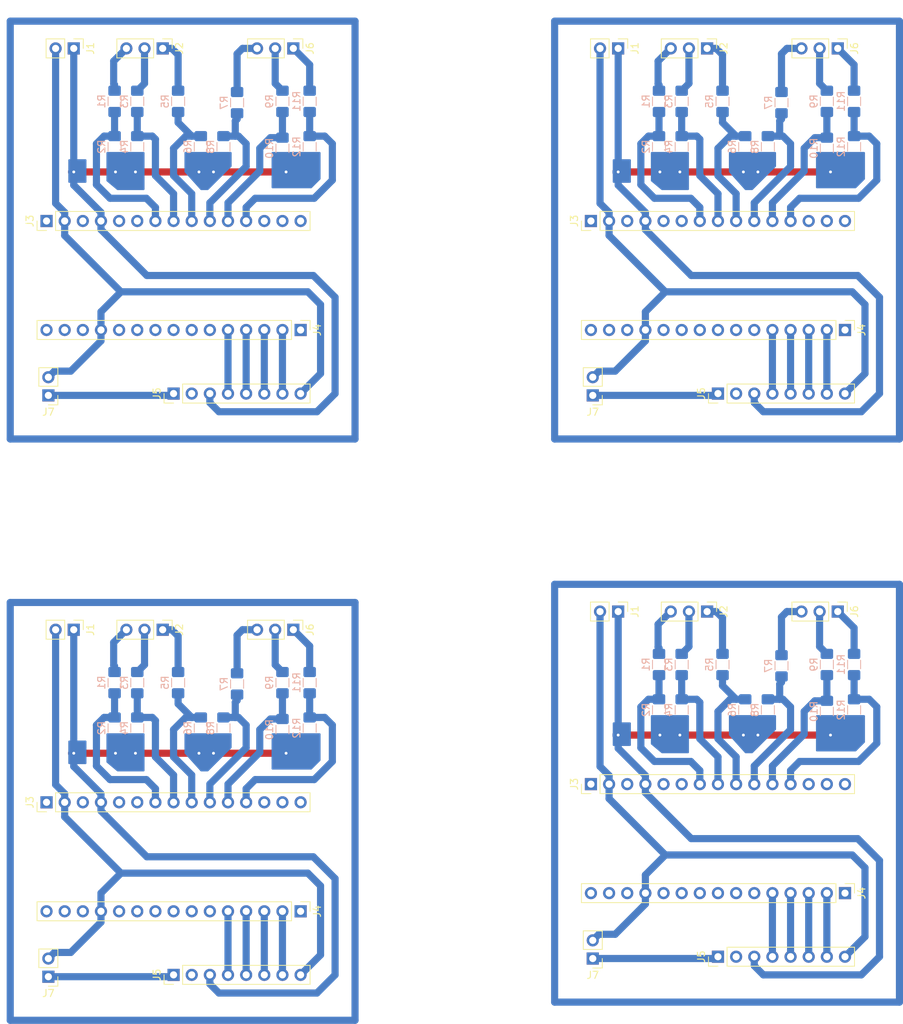
<source format=kicad_pcb>
(kicad_pcb (version 20171130) (host pcbnew 5.0.2+dfsg1-1)
  (layers (0 F.Cu signal) (31 B.Cu signal) (34 B.Paste user) (35 F.Paste user) (36 B.SilkS user) (37 F.SilkS user) (38 B.Mask user) (39 F.Mask user) (44 Edge.Cuts user))
  (net 0 "")
  (net 1 "Net-(J1-Pad1)")
  (net 2 "Net-(J1-Pad2)")
  (net 3 "Net-(J2-Pad1)")
  (net 4 "Net-(J2-Pad2)")
  (net 5 "Net-(J2-Pad3)")
  (net 6 "Net-(J3-Pad1)")
  (net 7 "Net-(J3-Pad3)")
  (net 8 "Net-(J3-Pad5)")
  (net 9 "Net-(J3-Pad6)")
  (net 10 "Net-(J3-Pad7)")
  (net 11 "Net-(J3-Pad8)")
  (net 12 "Net-(J3-Pad9)")
  (net 13 "Net-(J3-Pad10)")
  (net 14 "Net-(J3-Pad11)")
  (net 15 "Net-(J3-Pad12)")
  (net 16 "Net-(J3-Pad13)")
  (net 17 "Net-(J3-Pad14)")
  (net 18 "Net-(J3-Pad15)")
  (net 19 "Net-(J4-Pad15)")
  (net 20 "Net-(J4-Pad14)")
  (net 21 "Net-(J4-Pad13)")
  (net 22 "Net-(J4-Pad11)")
  (net 23 "Net-(J4-Pad10)")
  (net 24 "Net-(J4-Pad9)")
  (net 25 "Net-(J4-Pad8)")
  (net 26 "Net-(J4-Pad7)")
  (net 27 "Net-(J4-Pad6)")
  (net 28 "Net-(J4-Pad5)")
  (net 29 "Net-(J4-Pad4)")
  (net 30 "Net-(J4-Pad3)")
  (net 31 "Net-(J4-Pad2)")
  (net 32 "Net-(J4-Pad1)")
  (net 33 "Net-(J6-Pad3)")
  (net 34 "Net-(J6-Pad2)")
  (net 35 "Net-(J6-Pad1)")
  (net 36 "Net-(J5-Pad1)")
  (net 37 "Net-(J5-Pad2)")
  (module Resistor_SMD:R_1206_3216Metric_Pad1.42x1.75mm_HandSolder (layer B.Cu) (at 52.07 110.4535 270)
    (fp_text reference R7 (at 0 1.82 270) (layer B.SilkS) (effects (justify mirror)))
    (fp_text value R)
    (pad 1 smd roundrect (at -1.4875 0 270) (size 1.425 1.75) (layers B.Cu B.Paste B.Mask) (roundrect_rratio 0.175439) (net 33 "Net-(J6-Pad3)"))
    (pad 2 smd roundrect (at 1.4875 0 270) (size 1.425 1.75) (layers B.Cu B.Paste B.Mask) (roundrect_rratio 0.175439) (net 13 "Net-(J3-Pad10)"))
  )
  (module Resistor_SMD:R_1206_3216Metric_Pad1.42x1.75mm_HandSolder (layer B.Cu) (at 34.925 116.6225 270)
    (fp_text reference R2 (at 0 1.82 270) (layer B.SilkS) (effects (justify mirror)))
    (fp_text value R)
    (pad 1 smd roundrect (at -1.4875 0 270) (size 1.425 1.75) (layers B.Cu B.Paste B.Mask) (roundrect_rratio 0.175439) (net 10 "Net-(J3-Pad7)"))
    (pad 2 smd roundrect (at 1.4875 0 270) (size 1.425 1.75) (layers B.Cu B.Paste B.Mask) (roundrect_rratio 0.175439) (net 1 "Net-(J1-Pad1)"))
  )
  (module Resistor_SMD:R_1206_3216Metric_Pad1.42x1.75mm_HandSolder (layer B.Cu) (at 46.99 116.6225 270)
    (fp_text reference R6 (at 0 1.82 270) (layer B.SilkS) (effects (justify mirror)))
    (fp_text value R)
    (pad 1 smd roundrect (at -1.4875 0 270) (size 1.425 1.75) (layers B.Cu B.Paste B.Mask) (roundrect_rratio 0.175439) (net 12 "Net-(J3-Pad9)"))
    (pad 2 smd roundrect (at 1.4875 0 270) (size 1.425 1.75) (layers B.Cu B.Paste B.Mask) (roundrect_rratio 0.175439) (net 1 "Net-(J1-Pad1)"))
  )
  (module Resistor_SMD:R_1206_3216Metric_Pad1.42x1.75mm_HandSolder (layer B.Cu) (at 43.815 110.2725 270)
    (fp_text reference R5 (at 0 1.82 270) (layer B.SilkS) (effects (justify mirror)))
    (fp_text value R)
    (pad 1 smd roundrect (at -1.4875 0 270) (size 1.425 1.75) (layers B.Cu B.Paste B.Mask) (roundrect_rratio 0.175439) (net 3 "Net-(J2-Pad1)"))
    (pad 2 smd roundrect (at 1.4875 0 270) (size 1.425 1.75) (layers B.Cu B.Paste B.Mask) (roundrect_rratio 0.175439) (net 12 "Net-(J3-Pad9)"))
  )
  (module Resistor_SMD:R_1206_3216Metric_Pad1.42x1.75mm_HandSolder (layer B.Cu) (at 50.165 116.6225 270)
    (fp_text reference R8 (at 0 1.82 270) (layer B.SilkS) (effects (justify mirror)))
    (fp_text value R)
    (pad 2 smd roundrect (at 1.4875 0 270) (size 1.425 1.75) (layers B.Cu B.Paste B.Mask) (roundrect_rratio 0.175439) (net 1 "Net-(J1-Pad1)"))
    (pad 1 smd roundrect (at -1.4875 0 270) (size 1.425 1.75) (layers B.Cu B.Paste B.Mask) (roundrect_rratio 0.175439) (net 13 "Net-(J3-Pad10)"))
  )
  (module Resistor_SMD:R_1206_3216Metric_Pad1.42x1.75mm_HandSolder (layer B.Cu) (at 58.42 116.84 270)
    (fp_text reference R10 (at 0 1.82 270) (layer B.SilkS) (effects (justify mirror)))
    (fp_text value R)
    (pad 1 smd roundrect (at -1.4875 0 270) (size 1.425 1.75) (layers B.Cu B.Paste B.Mask) (roundrect_rratio 0.175439) (net 14 "Net-(J3-Pad11)"))
    (pad 2 smd roundrect (at 1.4875 0 270) (size 1.425 1.75) (layers B.Cu B.Paste B.Mask) (roundrect_rratio 0.175439) (net 1 "Net-(J1-Pad1)"))
  )
  (module Connector_PinHeader_2.54mm:PinHeader_1x02_P2.54mm_Vertical (layer F.Cu) (at 29.21 102.87 270)
    (fp_text reference J1 (at 0 -2.33 270) (layer F.SilkS))
    (fp_text value Conn_01x02_Male)
    (pad 2 thru_hole oval (at 0 2.54 270) (size 1.7 1.7) (drill 1) (layers *.Cu *.Mask) (net 2 "Net-(J1-Pad2)"))
    (pad 1 thru_hole rect (at 0 0 270) (size 1.7 1.7) (drill 1) (layers *.Cu *.Mask) (net 1 "Net-(J1-Pad1)"))
  )
  (module Connector_PinHeader_2.54mm:PinHeader_1x03_P2.54mm_Vertical (layer F.Cu) (at 41.656 102.87 270)
    (fp_text reference J2 (at 0 -2.33 270) (layer F.SilkS))
    (fp_text value Conn_01x03_Male)
    (pad 3 thru_hole oval (at 0 5.08 270) (size 1.7 1.7) (drill 1) (layers *.Cu *.Mask) (net 5 "Net-(J2-Pad3)"))
    (pad 2 thru_hole oval (at 0 2.54 270) (size 1.7 1.7) (drill 1) (layers *.Cu *.Mask) (net 4 "Net-(J2-Pad2)"))
    (pad 1 thru_hole rect (at 0 0 270) (size 1.7 1.7) (drill 1) (layers *.Cu *.Mask) (net 3 "Net-(J2-Pad1)"))
  )
  (module Resistor_SMD:R_1206_3216Metric_Pad1.42x1.75mm_HandSolder (layer B.Cu) (at 62.23 116.6225 270)
    (fp_text reference R12 (at 0 1.82 270) (layer B.SilkS) (effects (justify mirror)))
    (fp_text value R)
    (pad 2 smd roundrect (at 1.4875 0 270) (size 1.425 1.75) (layers B.Cu B.Paste B.Mask) (roundrect_rratio 0.175439) (net 1 "Net-(J1-Pad1)"))
    (pad 1 smd roundrect (at -1.4875 0 270) (size 1.425 1.75) (layers B.Cu B.Paste B.Mask) (roundrect_rratio 0.175439) (net 15 "Net-(J3-Pad12)"))
  )
  (module Resistor_SMD:R_1206_3216Metric_Pad1.42x1.75mm_HandSolder (layer B.Cu) (at 58.42 110.2725 270)
    (fp_text reference R9 (at 0 1.82 270) (layer B.SilkS) (effects (justify mirror)))
    (fp_text value R)
    (pad 2 smd roundrect (at 1.4875 0 270) (size 1.425 1.75) (layers B.Cu B.Paste B.Mask) (roundrect_rratio 0.175439) (net 14 "Net-(J3-Pad11)"))
    (pad 1 smd roundrect (at -1.4875 0 270) (size 1.425 1.75) (layers B.Cu B.Paste B.Mask) (roundrect_rratio 0.175439) (net 34 "Net-(J6-Pad2)"))
  )
  (module Resistor_SMD:R_1206_3216Metric_Pad1.42x1.75mm_HandSolder (layer B.Cu) (at 38.1 110.2725 270)
    (fp_text reference R3 (at 0 1.82 270) (layer B.SilkS) (effects (justify mirror)))
    (fp_text value R)
    (pad 2 smd roundrect (at 1.4875 0 270) (size 1.425 1.75) (layers B.Cu B.Paste B.Mask) (roundrect_rratio 0.175439) (net 11 "Net-(J3-Pad8)"))
    (pad 1 smd roundrect (at -1.4875 0 270) (size 1.425 1.75) (layers B.Cu B.Paste B.Mask) (roundrect_rratio 0.175439) (net 4 "Net-(J2-Pad2)"))
  )
  (module Connector_PinHeader_2.54mm:PinHeader_1x02_P2.54mm_Vertical (layer F.Cu) (at 25.654 151.384 180)
    (fp_text reference J7 (at 0 -2.33 180) (layer F.SilkS))
    (fp_text value Conn_01x02_Male)
    (pad 2 thru_hole oval (at 0 2.54 180) (size 1.7 1.7) (drill 1) (layers *.Cu *.Mask) (net 2 "Net-(J1-Pad2)"))
    (pad 1 thru_hole rect (at 0 0 180) (size 1.7 1.7) (drill 1) (layers *.Cu *.Mask) (net 36 "Net-(J5-Pad1)"))
  )
  (module Resistor_SMD:R_1206_3216Metric_Pad1.42x1.75mm_HandSolder (layer B.Cu) (at 62.23 110.2725 270)
    (fp_text reference R11 (at 0 1.82 270) (layer B.SilkS) (effects (justify mirror)))
    (fp_text value R)
    (pad 1 smd roundrect (at -1.4875 0 270) (size 1.425 1.75) (layers B.Cu B.Paste B.Mask) (roundrect_rratio 0.175439) (net 35 "Net-(J6-Pad1)"))
    (pad 2 smd roundrect (at 1.4875 0 270) (size 1.425 1.75) (layers B.Cu B.Paste B.Mask) (roundrect_rratio 0.175439) (net 15 "Net-(J3-Pad12)"))
  )
  (module Connector_PinHeader_2.54mm:PinHeader_1x03_P2.54mm_Vertical (layer F.Cu) (at 59.944 102.87 270)
    (fp_text reference J6 (at 0 -2.33 270) (layer F.SilkS))
    (fp_text value Conn_01x03_Male)
    (pad 1 thru_hole rect (at 0 0 270) (size 1.7 1.7) (drill 1) (layers *.Cu *.Mask) (net 35 "Net-(J6-Pad1)"))
    (pad 2 thru_hole oval (at 0 2.54 270) (size 1.7 1.7) (drill 1) (layers *.Cu *.Mask) (net 34 "Net-(J6-Pad2)"))
    (pad 3 thru_hole oval (at 0 5.08 270) (size 1.7 1.7) (drill 1) (layers *.Cu *.Mask) (net 33 "Net-(J6-Pad3)"))
  )
  (module Resistor_SMD:R_1206_3216Metric_Pad1.42x1.75mm_HandSolder (layer B.Cu) (at 34.925 110.2725 270)
    (fp_text reference R1 (at 0 1.82 270) (layer B.SilkS) (effects (justify mirror)))
    (fp_text value R)
    (pad 1 smd roundrect (at -1.4875 0 270) (size 1.425 1.75) (layers B.Cu B.Paste B.Mask) (roundrect_rratio 0.175439) (net 5 "Net-(J2-Pad3)"))
    (pad 2 smd roundrect (at 1.4875 0 270) (size 1.425 1.75) (layers B.Cu B.Paste B.Mask) (roundrect_rratio 0.175439) (net 10 "Net-(J3-Pad7)"))
  )
  (module Connector_PinHeader_2.54mm:PinHeader_1x15_P2.54mm_Vertical (layer F.Cu) (at 25.4 127 90)
    (fp_text reference J3 (at 0 -2.33 90) (layer F.SilkS))
    (fp_text value Conn_01x15_Male)
    (pad 15 thru_hole oval (at 0 35.56 90) (size 1.7 1.7) (drill 1) (layers *.Cu *.Mask) (net 18 "Net-(J3-Pad15)"))
    (pad 14 thru_hole oval (at 0 33.02 90) (size 1.7 1.7) (drill 1) (layers *.Cu *.Mask) (net 17 "Net-(J3-Pad14)"))
    (pad 13 thru_hole oval (at 0 30.48 90) (size 1.7 1.7) (drill 1) (layers *.Cu *.Mask) (net 16 "Net-(J3-Pad13)"))
    (pad 12 thru_hole oval (at 0 27.94 90) (size 1.7 1.7) (drill 1) (layers *.Cu *.Mask) (net 15 "Net-(J3-Pad12)"))
    (pad 11 thru_hole oval (at 0 25.4 90) (size 1.7 1.7) (drill 1) (layers *.Cu *.Mask) (net 14 "Net-(J3-Pad11)"))
    (pad 10 thru_hole oval (at 0 22.86 90) (size 1.7 1.7) (drill 1) (layers *.Cu *.Mask) (net 13 "Net-(J3-Pad10)"))
    (pad 9 thru_hole oval (at 0 20.32 90) (size 1.7 1.7) (drill 1) (layers *.Cu *.Mask) (net 12 "Net-(J3-Pad9)"))
    (pad 8 thru_hole oval (at 0 17.78 90) (size 1.7 1.7) (drill 1) (layers *.Cu *.Mask) (net 11 "Net-(J3-Pad8)"))
    (pad 7 thru_hole oval (at 0 15.24 90) (size 1.7 1.7) (drill 1) (layers *.Cu *.Mask) (net 10 "Net-(J3-Pad7)"))
    (pad 6 thru_hole oval (at 0 12.7 90) (size 1.7 1.7) (drill 1) (layers *.Cu *.Mask) (net 9 "Net-(J3-Pad6)"))
    (pad 5 thru_hole oval (at 0 10.16 90) (size 1.7 1.7) (drill 1) (layers *.Cu *.Mask) (net 8 "Net-(J3-Pad5)"))
    (pad 4 thru_hole oval (at 0 7.62 90) (size 1.7 1.7) (drill 1) (layers *.Cu *.Mask) (net 1 "Net-(J1-Pad1)"))
    (pad 3 thru_hole oval (at 0 5.08 90) (size 1.7 1.7) (drill 1) (layers *.Cu *.Mask) (net 7 "Net-(J3-Pad3)"))
    (pad 2 thru_hole oval (at 0 2.54 90) (size 1.7 1.7) (drill 1) (layers *.Cu *.Mask) (net 2 "Net-(J1-Pad2)"))
    (pad 1 thru_hole rect (at 0 0 90) (size 1.7 1.7) (drill 1) (layers *.Cu *.Mask) (net 6 "Net-(J3-Pad1)"))
  )
  (module Connector_PinHeader_2.54mm:PinHeader_1x15_P2.54mm_Vertical (layer F.Cu) (at 60.96 142.24 270)
    (fp_text reference J4 (at 0 -2.33 270) (layer F.SilkS))
    (fp_text value Conn_01x15_Male)
    (pad 1 thru_hole rect (at 0 0 270) (size 1.7 1.7) (drill 1) (layers *.Cu *.Mask) (net 32 "Net-(J4-Pad1)"))
    (pad 2 thru_hole oval (at 0 2.54 270) (size 1.7 1.7) (drill 1) (layers *.Cu *.Mask) (net 31 "Net-(J4-Pad2)"))
    (pad 3 thru_hole oval (at 0 5.08 270) (size 1.7 1.7) (drill 1) (layers *.Cu *.Mask) (net 30 "Net-(J4-Pad3)"))
    (pad 4 thru_hole oval (at 0 7.62 270) (size 1.7 1.7) (drill 1) (layers *.Cu *.Mask) (net 29 "Net-(J4-Pad4)"))
    (pad 5 thru_hole oval (at 0 10.16 270) (size 1.7 1.7) (drill 1) (layers *.Cu *.Mask) (net 28 "Net-(J4-Pad5)"))
    (pad 6 thru_hole oval (at 0 12.7 270) (size 1.7 1.7) (drill 1) (layers *.Cu *.Mask) (net 27 "Net-(J4-Pad6)"))
    (pad 7 thru_hole oval (at 0 15.24 270) (size 1.7 1.7) (drill 1) (layers *.Cu *.Mask) (net 26 "Net-(J4-Pad7)"))
    (pad 8 thru_hole oval (at 0 17.78 270) (size 1.7 1.7) (drill 1) (layers *.Cu *.Mask) (net 25 "Net-(J4-Pad8)"))
    (pad 9 thru_hole oval (at 0 20.32 270) (size 1.7 1.7) (drill 1) (layers *.Cu *.Mask) (net 24 "Net-(J4-Pad9)"))
    (pad 10 thru_hole oval (at 0 22.86 270) (size 1.7 1.7) (drill 1) (layers *.Cu *.Mask) (net 23 "Net-(J4-Pad10)"))
    (pad 11 thru_hole oval (at 0 25.4 270) (size 1.7 1.7) (drill 1) (layers *.Cu *.Mask) (net 22 "Net-(J4-Pad11)"))
    (pad 12 thru_hole oval (at 0 27.94 270) (size 1.7 1.7) (drill 1) (layers *.Cu *.Mask) (net 2 "Net-(J1-Pad2)"))
    (pad 13 thru_hole oval (at 0 30.48 270) (size 1.7 1.7) (drill 1) (layers *.Cu *.Mask) (net 21 "Net-(J4-Pad13)"))
    (pad 14 thru_hole oval (at 0 33.02 270) (size 1.7 1.7) (drill 1) (layers *.Cu *.Mask) (net 20 "Net-(J4-Pad14)"))
    (pad 15 thru_hole oval (at 0 35.56 270) (size 1.7 1.7) (drill 1) (layers *.Cu *.Mask) (net 19 "Net-(J4-Pad15)"))
  )
  (module Connector_PinHeader_2.54mm:PinHeader_1x08_P2.54mm_Vertical (layer F.Cu) (at 43.18 151.13 90)
    (fp_text reference J5 (at 0 -2.33 90) (layer F.SilkS))
    (fp_text value Conn_01x08_Male)
    (pad 8 thru_hole oval (at 0 17.78 90) (size 1.7 1.7) (drill 1) (layers *.Cu *.Mask) (net 2 "Net-(J1-Pad2)"))
    (pad 7 thru_hole oval (at 0 15.24 90) (size 1.7 1.7) (drill 1) (layers *.Cu *.Mask) (net 31 "Net-(J4-Pad2)"))
    (pad 6 thru_hole oval (at 0 12.7 90) (size 1.7 1.7) (drill 1) (layers *.Cu *.Mask) (net 30 "Net-(J4-Pad3)"))
    (pad 5 thru_hole oval (at 0 10.16 90) (size 1.7 1.7) (drill 1) (layers *.Cu *.Mask) (net 29 "Net-(J4-Pad4)"))
    (pad 4 thru_hole oval (at 0 7.62 90) (size 1.7 1.7) (drill 1) (layers *.Cu *.Mask) (net 28 "Net-(J4-Pad5)"))
    (pad 3 thru_hole oval (at 0 5.08 90) (size 1.7 1.7) (drill 1) (layers *.Cu *.Mask) (net 1 "Net-(J1-Pad1)"))
    (pad 2 thru_hole oval (at 0 2.54 90) (size 1.7 1.7) (drill 1) (layers *.Cu *.Mask) (net 37 "Net-(J5-Pad2)"))
    (pad 1 thru_hole rect (at 0 0 90) (size 1.7 1.7) (drill 1) (layers *.Cu *.Mask) (net 36 "Net-(J5-Pad1)"))
  )
  (module Resistor_SMD:R_1206_3216Metric_Pad1.42x1.75mm_HandSolder (layer B.Cu) (at 38.1 116.6225 270)
    (fp_text reference R4 (at 0 1.82 270) (layer B.SilkS) (effects (justify mirror)))
    (fp_text value R)
    (pad 2 smd roundrect (at 1.4875 0 270) (size 1.425 1.75) (layers B.Cu B.Paste B.Mask) (roundrect_rratio 0.175439) (net 1 "Net-(J1-Pad1)"))
    (pad 1 smd roundrect (at -1.4875 0 270) (size 1.425 1.75) (layers B.Cu B.Paste B.Mask) (roundrect_rratio 0.175439) (net 11 "Net-(J3-Pad8)"))
  )
  (module Resistor_SMD:R_1206_3216Metric_Pad1.42x1.75mm_HandSolder (layer B.Cu) (at 111.125 114.0825 270)
    (fp_text reference R2 (at 0 1.82 270) (layer B.SilkS) (effects (justify mirror)))
    (fp_text value R)
    (pad 2 smd roundrect (at 1.4875 0 270) (size 1.425 1.75) (layers B.Cu B.Paste B.Mask) (roundrect_rratio 0.175439) (net 1 "Net-(J1-Pad1)"))
    (pad 1 smd roundrect (at -1.4875 0 270) (size 1.425 1.75) (layers B.Cu B.Paste B.Mask) (roundrect_rratio 0.175439) (net 10 "Net-(J3-Pad7)"))
  )
  (module Resistor_SMD:R_1206_3216Metric_Pad1.42x1.75mm_HandSolder (layer B.Cu) (at 114.3 107.7325 270)
    (fp_text reference R3 (at 0 1.82 270) (layer B.SilkS) (effects (justify mirror)))
    (fp_text value R)
    (pad 1 smd roundrect (at -1.4875 0 270) (size 1.425 1.75) (layers B.Cu B.Paste B.Mask) (roundrect_rratio 0.175439) (net 4 "Net-(J2-Pad2)"))
    (pad 2 smd roundrect (at 1.4875 0 270) (size 1.425 1.75) (layers B.Cu B.Paste B.Mask) (roundrect_rratio 0.175439) (net 11 "Net-(J3-Pad8)"))
  )
  (module Resistor_SMD:R_1206_3216Metric_Pad1.42x1.75mm_HandSolder (layer B.Cu) (at 138.43 114.0825 270)
    (fp_text reference R12 (at 0 1.82 270) (layer B.SilkS) (effects (justify mirror)))
    (fp_text value R)
    (pad 1 smd roundrect (at -1.4875 0 270) (size 1.425 1.75) (layers B.Cu B.Paste B.Mask) (roundrect_rratio 0.175439) (net 15 "Net-(J3-Pad12)"))
    (pad 2 smd roundrect (at 1.4875 0 270) (size 1.425 1.75) (layers B.Cu B.Paste B.Mask) (roundrect_rratio 0.175439) (net 1 "Net-(J1-Pad1)"))
  )
  (module Connector_PinHeader_2.54mm:PinHeader_1x08_P2.54mm_Vertical (layer F.Cu) (at 119.38 148.59 90)
    (fp_text reference J5 (at 0 -2.33 90) (layer F.SilkS))
    (fp_text value Conn_01x08_Male)
    (pad 1 thru_hole rect (at 0 0 90) (size 1.7 1.7) (drill 1) (layers *.Cu *.Mask) (net 36 "Net-(J5-Pad1)"))
    (pad 2 thru_hole oval (at 0 2.54 90) (size 1.7 1.7) (drill 1) (layers *.Cu *.Mask) (net 37 "Net-(J5-Pad2)"))
    (pad 3 thru_hole oval (at 0 5.08 90) (size 1.7 1.7) (drill 1) (layers *.Cu *.Mask) (net 1 "Net-(J1-Pad1)"))
    (pad 4 thru_hole oval (at 0 7.62 90) (size 1.7 1.7) (drill 1) (layers *.Cu *.Mask) (net 28 "Net-(J4-Pad5)"))
    (pad 5 thru_hole oval (at 0 10.16 90) (size 1.7 1.7) (drill 1) (layers *.Cu *.Mask) (net 29 "Net-(J4-Pad4)"))
    (pad 6 thru_hole oval (at 0 12.7 90) (size 1.7 1.7) (drill 1) (layers *.Cu *.Mask) (net 30 "Net-(J4-Pad3)"))
    (pad 7 thru_hole oval (at 0 15.24 90) (size 1.7 1.7) (drill 1) (layers *.Cu *.Mask) (net 31 "Net-(J4-Pad2)"))
    (pad 8 thru_hole oval (at 0 17.78 90) (size 1.7 1.7) (drill 1) (layers *.Cu *.Mask) (net 2 "Net-(J1-Pad2)"))
  )
  (module Connector_PinHeader_2.54mm:PinHeader_1x15_P2.54mm_Vertical (layer F.Cu) (at 137.16 139.7 270)
    (fp_text reference J4 (at 0 -2.33 270) (layer F.SilkS))
    (fp_text value Conn_01x15_Male)
    (pad 15 thru_hole oval (at 0 35.56 270) (size 1.7 1.7) (drill 1) (layers *.Cu *.Mask) (net 19 "Net-(J4-Pad15)"))
    (pad 14 thru_hole oval (at 0 33.02 270) (size 1.7 1.7) (drill 1) (layers *.Cu *.Mask) (net 20 "Net-(J4-Pad14)"))
    (pad 13 thru_hole oval (at 0 30.48 270) (size 1.7 1.7) (drill 1) (layers *.Cu *.Mask) (net 21 "Net-(J4-Pad13)"))
    (pad 12 thru_hole oval (at 0 27.94 270) (size 1.7 1.7) (drill 1) (layers *.Cu *.Mask) (net 2 "Net-(J1-Pad2)"))
    (pad 11 thru_hole oval (at 0 25.4 270) (size 1.7 1.7) (drill 1) (layers *.Cu *.Mask) (net 22 "Net-(J4-Pad11)"))
    (pad 10 thru_hole oval (at 0 22.86 270) (size 1.7 1.7) (drill 1) (layers *.Cu *.Mask) (net 23 "Net-(J4-Pad10)"))
    (pad 9 thru_hole oval (at 0 20.32 270) (size 1.7 1.7) (drill 1) (layers *.Cu *.Mask) (net 24 "Net-(J4-Pad9)"))
    (pad 8 thru_hole oval (at 0 17.78 270) (size 1.7 1.7) (drill 1) (layers *.Cu *.Mask) (net 25 "Net-(J4-Pad8)"))
    (pad 7 thru_hole oval (at 0 15.24 270) (size 1.7 1.7) (drill 1) (layers *.Cu *.Mask) (net 26 "Net-(J4-Pad7)"))
    (pad 6 thru_hole oval (at 0 12.7 270) (size 1.7 1.7) (drill 1) (layers *.Cu *.Mask) (net 27 "Net-(J4-Pad6)"))
    (pad 5 thru_hole oval (at 0 10.16 270) (size 1.7 1.7) (drill 1) (layers *.Cu *.Mask) (net 28 "Net-(J4-Pad5)"))
    (pad 4 thru_hole oval (at 0 7.62 270) (size 1.7 1.7) (drill 1) (layers *.Cu *.Mask) (net 29 "Net-(J4-Pad4)"))
    (pad 3 thru_hole oval (at 0 5.08 270) (size 1.7 1.7) (drill 1) (layers *.Cu *.Mask) (net 30 "Net-(J4-Pad3)"))
    (pad 2 thru_hole oval (at 0 2.54 270) (size 1.7 1.7) (drill 1) (layers *.Cu *.Mask) (net 31 "Net-(J4-Pad2)"))
    (pad 1 thru_hole rect (at 0 0 270) (size 1.7 1.7) (drill 1) (layers *.Cu *.Mask) (net 32 "Net-(J4-Pad1)"))
  )
  (module Resistor_SMD:R_1206_3216Metric_Pad1.42x1.75mm_HandSolder (layer B.Cu) (at 114.3 114.0825 270)
    (fp_text reference R4 (at 0 1.82 270) (layer B.SilkS) (effects (justify mirror)))
    (fp_text value R)
    (pad 1 smd roundrect (at -1.4875 0 270) (size 1.425 1.75) (layers B.Cu B.Paste B.Mask) (roundrect_rratio 0.175439) (net 11 "Net-(J3-Pad8)"))
    (pad 2 smd roundrect (at 1.4875 0 270) (size 1.425 1.75) (layers B.Cu B.Paste B.Mask) (roundrect_rratio 0.175439) (net 1 "Net-(J1-Pad1)"))
  )
  (module Connector_PinHeader_2.54mm:PinHeader_1x02_P2.54mm_Vertical (layer F.Cu) (at 101.854 148.844 180)
    (fp_text reference J7 (at 0 -2.33 180) (layer F.SilkS))
    (fp_text value Conn_01x02_Male)
    (pad 1 thru_hole rect (at 0 0 180) (size 1.7 1.7) (drill 1) (layers *.Cu *.Mask) (net 36 "Net-(J5-Pad1)"))
    (pad 2 thru_hole oval (at 0 2.54 180) (size 1.7 1.7) (drill 1) (layers *.Cu *.Mask) (net 2 "Net-(J1-Pad2)"))
  )
  (module Resistor_SMD:R_1206_3216Metric_Pad1.42x1.75mm_HandSolder (layer B.Cu) (at 120.015 107.7325 270)
    (fp_text reference R5 (at 0 1.82 270) (layer B.SilkS) (effects (justify mirror)))
    (fp_text value R)
    (pad 2 smd roundrect (at 1.4875 0 270) (size 1.425 1.75) (layers B.Cu B.Paste B.Mask) (roundrect_rratio 0.175439) (net 12 "Net-(J3-Pad9)"))
    (pad 1 smd roundrect (at -1.4875 0 270) (size 1.425 1.75) (layers B.Cu B.Paste B.Mask) (roundrect_rratio 0.175439) (net 3 "Net-(J2-Pad1)"))
  )
  (module Connector_PinHeader_2.54mm:PinHeader_1x15_P2.54mm_Vertical (layer F.Cu) (at 101.6 124.46 90)
    (fp_text reference J3 (at 0 -2.33 90) (layer F.SilkS))
    (fp_text value Conn_01x15_Male)
    (pad 1 thru_hole rect (at 0 0 90) (size 1.7 1.7) (drill 1) (layers *.Cu *.Mask) (net 6 "Net-(J3-Pad1)"))
    (pad 2 thru_hole oval (at 0 2.54 90) (size 1.7 1.7) (drill 1) (layers *.Cu *.Mask) (net 2 "Net-(J1-Pad2)"))
    (pad 3 thru_hole oval (at 0 5.08 90) (size 1.7 1.7) (drill 1) (layers *.Cu *.Mask) (net 7 "Net-(J3-Pad3)"))
    (pad 4 thru_hole oval (at 0 7.62 90) (size 1.7 1.7) (drill 1) (layers *.Cu *.Mask) (net 1 "Net-(J1-Pad1)"))
    (pad 5 thru_hole oval (at 0 10.16 90) (size 1.7 1.7) (drill 1) (layers *.Cu *.Mask) (net 8 "Net-(J3-Pad5)"))
    (pad 6 thru_hole oval (at 0 12.7 90) (size 1.7 1.7) (drill 1) (layers *.Cu *.Mask) (net 9 "Net-(J3-Pad6)"))
    (pad 7 thru_hole oval (at 0 15.24 90) (size 1.7 1.7) (drill 1) (layers *.Cu *.Mask) (net 10 "Net-(J3-Pad7)"))
    (pad 8 thru_hole oval (at 0 17.78 90) (size 1.7 1.7) (drill 1) (layers *.Cu *.Mask) (net 11 "Net-(J3-Pad8)"))
    (pad 9 thru_hole oval (at 0 20.32 90) (size 1.7 1.7) (drill 1) (layers *.Cu *.Mask) (net 12 "Net-(J3-Pad9)"))
    (pad 10 thru_hole oval (at 0 22.86 90) (size 1.7 1.7) (drill 1) (layers *.Cu *.Mask) (net 13 "Net-(J3-Pad10)"))
    (pad 11 thru_hole oval (at 0 25.4 90) (size 1.7 1.7) (drill 1) (layers *.Cu *.Mask) (net 14 "Net-(J3-Pad11)"))
    (pad 12 thru_hole oval (at 0 27.94 90) (size 1.7 1.7) (drill 1) (layers *.Cu *.Mask) (net 15 "Net-(J3-Pad12)"))
    (pad 13 thru_hole oval (at 0 30.48 90) (size 1.7 1.7) (drill 1) (layers *.Cu *.Mask) (net 16 "Net-(J3-Pad13)"))
    (pad 14 thru_hole oval (at 0 33.02 90) (size 1.7 1.7) (drill 1) (layers *.Cu *.Mask) (net 17 "Net-(J3-Pad14)"))
    (pad 15 thru_hole oval (at 0 35.56 90) (size 1.7 1.7) (drill 1) (layers *.Cu *.Mask) (net 18 "Net-(J3-Pad15)"))
  )
  (module Connector_PinHeader_2.54mm:PinHeader_1x03_P2.54mm_Vertical (layer F.Cu) (at 117.856 100.33 270)
    (fp_text reference J2 (at 0 -2.33 270) (layer F.SilkS))
    (fp_text value Conn_01x03_Male)
    (pad 1 thru_hole rect (at 0 0 270) (size 1.7 1.7) (drill 1) (layers *.Cu *.Mask) (net 3 "Net-(J2-Pad1)"))
    (pad 2 thru_hole oval (at 0 2.54 270) (size 1.7 1.7) (drill 1) (layers *.Cu *.Mask) (net 4 "Net-(J2-Pad2)"))
    (pad 3 thru_hole oval (at 0 5.08 270) (size 1.7 1.7) (drill 1) (layers *.Cu *.Mask) (net 5 "Net-(J2-Pad3)"))
  )
  (module Resistor_SMD:R_1206_3216Metric_Pad1.42x1.75mm_HandSolder (layer B.Cu) (at 123.19 114.0825 270)
    (fp_text reference R6 (at 0 1.82 270) (layer B.SilkS) (effects (justify mirror)))
    (fp_text value R)
    (pad 2 smd roundrect (at 1.4875 0 270) (size 1.425 1.75) (layers B.Cu B.Paste B.Mask) (roundrect_rratio 0.175439) (net 1 "Net-(J1-Pad1)"))
    (pad 1 smd roundrect (at -1.4875 0 270) (size 1.425 1.75) (layers B.Cu B.Paste B.Mask) (roundrect_rratio 0.175439) (net 12 "Net-(J3-Pad9)"))
  )
  (module Connector_PinHeader_2.54mm:PinHeader_1x02_P2.54mm_Vertical (layer F.Cu) (at 105.41 100.33 270)
    (fp_text reference J1 (at 0 -2.33 270) (layer F.SilkS))
    (fp_text value Conn_01x02_Male)
    (pad 1 thru_hole rect (at 0 0 270) (size 1.7 1.7) (drill 1) (layers *.Cu *.Mask) (net 1 "Net-(J1-Pad1)"))
    (pad 2 thru_hole oval (at 0 2.54 270) (size 1.7 1.7) (drill 1) (layers *.Cu *.Mask) (net 2 "Net-(J1-Pad2)"))
  )
  (module Resistor_SMD:R_1206_3216Metric_Pad1.42x1.75mm_HandSolder (layer B.Cu) (at 128.27 107.9135 270)
    (fp_text reference R7 (at 0 1.82 270) (layer B.SilkS) (effects (justify mirror)))
    (fp_text value R)
    (pad 2 smd roundrect (at 1.4875 0 270) (size 1.425 1.75) (layers B.Cu B.Paste B.Mask) (roundrect_rratio 0.175439) (net 13 "Net-(J3-Pad10)"))
    (pad 1 smd roundrect (at -1.4875 0 270) (size 1.425 1.75) (layers B.Cu B.Paste B.Mask) (roundrect_rratio 0.175439) (net 33 "Net-(J6-Pad3)"))
  )
  (module Resistor_SMD:R_1206_3216Metric_Pad1.42x1.75mm_HandSolder (layer B.Cu) (at 134.62 107.7325 270)
    (fp_text reference R9 (at 0 1.82 270) (layer B.SilkS) (effects (justify mirror)))
    (fp_text value R)
    (pad 1 smd roundrect (at -1.4875 0 270) (size 1.425 1.75) (layers B.Cu B.Paste B.Mask) (roundrect_rratio 0.175439) (net 34 "Net-(J6-Pad2)"))
    (pad 2 smd roundrect (at 1.4875 0 270) (size 1.425 1.75) (layers B.Cu B.Paste B.Mask) (roundrect_rratio 0.175439) (net 14 "Net-(J3-Pad11)"))
  )
  (module Resistor_SMD:R_1206_3216Metric_Pad1.42x1.75mm_HandSolder (layer B.Cu) (at 138.43 107.7325 270)
    (fp_text reference R11 (at 0 1.82 270) (layer B.SilkS) (effects (justify mirror)))
    (fp_text value R)
    (pad 2 smd roundrect (at 1.4875 0 270) (size 1.425 1.75) (layers B.Cu B.Paste B.Mask) (roundrect_rratio 0.175439) (net 15 "Net-(J3-Pad12)"))
    (pad 1 smd roundrect (at -1.4875 0 270) (size 1.425 1.75) (layers B.Cu B.Paste B.Mask) (roundrect_rratio 0.175439) (net 35 "Net-(J6-Pad1)"))
  )
  (module Resistor_SMD:R_1206_3216Metric_Pad1.42x1.75mm_HandSolder (layer B.Cu) (at 126.365 114.0825 270)
    (fp_text reference R8 (at 0 1.82 270) (layer B.SilkS) (effects (justify mirror)))
    (fp_text value R)
    (pad 1 smd roundrect (at -1.4875 0 270) (size 1.425 1.75) (layers B.Cu B.Paste B.Mask) (roundrect_rratio 0.175439) (net 13 "Net-(J3-Pad10)"))
    (pad 2 smd roundrect (at 1.4875 0 270) (size 1.425 1.75) (layers B.Cu B.Paste B.Mask) (roundrect_rratio 0.175439) (net 1 "Net-(J1-Pad1)"))
  )
  (module Resistor_SMD:R_1206_3216Metric_Pad1.42x1.75mm_HandSolder (layer B.Cu) (at 111.125 107.7325 270)
    (fp_text reference R1 (at 0 1.82 270) (layer B.SilkS) (effects (justify mirror)))
    (fp_text value R)
    (pad 2 smd roundrect (at 1.4875 0 270) (size 1.425 1.75) (layers B.Cu B.Paste B.Mask) (roundrect_rratio 0.175439) (net 10 "Net-(J3-Pad7)"))
    (pad 1 smd roundrect (at -1.4875 0 270) (size 1.425 1.75) (layers B.Cu B.Paste B.Mask) (roundrect_rratio 0.175439) (net 5 "Net-(J2-Pad3)"))
  )
  (module Resistor_SMD:R_1206_3216Metric_Pad1.42x1.75mm_HandSolder (layer B.Cu) (at 134.62 114.3 270)
    (fp_text reference R10 (at 0 1.82 270) (layer B.SilkS) (effects (justify mirror)))
    (fp_text value R)
    (pad 2 smd roundrect (at 1.4875 0 270) (size 1.425 1.75) (layers B.Cu B.Paste B.Mask) (roundrect_rratio 0.175439) (net 1 "Net-(J1-Pad1)"))
    (pad 1 smd roundrect (at -1.4875 0 270) (size 1.425 1.75) (layers B.Cu B.Paste B.Mask) (roundrect_rratio 0.175439) (net 14 "Net-(J3-Pad11)"))
  )
  (module Connector_PinHeader_2.54mm:PinHeader_1x03_P2.54mm_Vertical (layer F.Cu) (at 136.144 100.33 270)
    (fp_text reference J6 (at 0 -2.33 270) (layer F.SilkS))
    (fp_text value Conn_01x03_Male)
    (pad 3 thru_hole oval (at 0 5.08 270) (size 1.7 1.7) (drill 1) (layers *.Cu *.Mask) (net 33 "Net-(J6-Pad3)"))
    (pad 2 thru_hole oval (at 0 2.54 270) (size 1.7 1.7) (drill 1) (layers *.Cu *.Mask) (net 34 "Net-(J6-Pad2)"))
    (pad 1 thru_hole rect (at 0 0 270) (size 1.7 1.7) (drill 1) (layers *.Cu *.Mask) (net 35 "Net-(J6-Pad1)"))
  )
  (module Connector_PinHeader_2.54mm:PinHeader_1x02_P2.54mm_Vertical (layer F.Cu) (at 101.854 70.104 180)
    (fp_text reference J7 (at 0 -2.33 180) (layer F.SilkS))
    (fp_text value Conn_01x02_Male)
    (pad 2 thru_hole oval (at 0 2.54 180) (size 1.7 1.7) (drill 1) (layers *.Cu *.Mask) (net 2 "Net-(J1-Pad2)"))
    (pad 1 thru_hole rect (at 0 0 180) (size 1.7 1.7) (drill 1) (layers *.Cu *.Mask) (net 36 "Net-(J5-Pad1)"))
  )
  (module Connector_PinHeader_2.54mm:PinHeader_1x15_P2.54mm_Vertical (layer F.Cu) (at 101.6 45.72 90)
    (fp_text reference J3 (at 0 -2.33 90) (layer F.SilkS))
    (fp_text value Conn_01x15_Male)
    (pad 15 thru_hole oval (at 0 35.56 90) (size 1.7 1.7) (drill 1) (layers *.Cu *.Mask) (net 18 "Net-(J3-Pad15)"))
    (pad 14 thru_hole oval (at 0 33.02 90) (size 1.7 1.7) (drill 1) (layers *.Cu *.Mask) (net 17 "Net-(J3-Pad14)"))
    (pad 13 thru_hole oval (at 0 30.48 90) (size 1.7 1.7) (drill 1) (layers *.Cu *.Mask) (net 16 "Net-(J3-Pad13)"))
    (pad 12 thru_hole oval (at 0 27.94 90) (size 1.7 1.7) (drill 1) (layers *.Cu *.Mask) (net 15 "Net-(J3-Pad12)"))
    (pad 11 thru_hole oval (at 0 25.4 90) (size 1.7 1.7) (drill 1) (layers *.Cu *.Mask) (net 14 "Net-(J3-Pad11)"))
    (pad 10 thru_hole oval (at 0 22.86 90) (size 1.7 1.7) (drill 1) (layers *.Cu *.Mask) (net 13 "Net-(J3-Pad10)"))
    (pad 9 thru_hole oval (at 0 20.32 90) (size 1.7 1.7) (drill 1) (layers *.Cu *.Mask) (net 12 "Net-(J3-Pad9)"))
    (pad 8 thru_hole oval (at 0 17.78 90) (size 1.7 1.7) (drill 1) (layers *.Cu *.Mask) (net 11 "Net-(J3-Pad8)"))
    (pad 7 thru_hole oval (at 0 15.24 90) (size 1.7 1.7) (drill 1) (layers *.Cu *.Mask) (net 10 "Net-(J3-Pad7)"))
    (pad 6 thru_hole oval (at 0 12.7 90) (size 1.7 1.7) (drill 1) (layers *.Cu *.Mask) (net 9 "Net-(J3-Pad6)"))
    (pad 5 thru_hole oval (at 0 10.16 90) (size 1.7 1.7) (drill 1) (layers *.Cu *.Mask) (net 8 "Net-(J3-Pad5)"))
    (pad 4 thru_hole oval (at 0 7.62 90) (size 1.7 1.7) (drill 1) (layers *.Cu *.Mask) (net 1 "Net-(J1-Pad1)"))
    (pad 3 thru_hole oval (at 0 5.08 90) (size 1.7 1.7) (drill 1) (layers *.Cu *.Mask) (net 7 "Net-(J3-Pad3)"))
    (pad 2 thru_hole oval (at 0 2.54 90) (size 1.7 1.7) (drill 1) (layers *.Cu *.Mask) (net 2 "Net-(J1-Pad2)"))
    (pad 1 thru_hole rect (at 0 0 90) (size 1.7 1.7) (drill 1) (layers *.Cu *.Mask) (net 6 "Net-(J3-Pad1)"))
  )
  (module Connector_PinHeader_2.54mm:PinHeader_1x15_P2.54mm_Vertical (layer F.Cu) (at 137.16 60.96 270)
    (fp_text reference J4 (at 0 -2.33 270) (layer F.SilkS))
    (fp_text value Conn_01x15_Male)
    (pad 1 thru_hole rect (at 0 0 270) (size 1.7 1.7) (drill 1) (layers *.Cu *.Mask) (net 32 "Net-(J4-Pad1)"))
    (pad 2 thru_hole oval (at 0 2.54 270) (size 1.7 1.7) (drill 1) (layers *.Cu *.Mask) (net 31 "Net-(J4-Pad2)"))
    (pad 3 thru_hole oval (at 0 5.08 270) (size 1.7 1.7) (drill 1) (layers *.Cu *.Mask) (net 30 "Net-(J4-Pad3)"))
    (pad 4 thru_hole oval (at 0 7.62 270) (size 1.7 1.7) (drill 1) (layers *.Cu *.Mask) (net 29 "Net-(J4-Pad4)"))
    (pad 5 thru_hole oval (at 0 10.16 270) (size 1.7 1.7) (drill 1) (layers *.Cu *.Mask) (net 28 "Net-(J4-Pad5)"))
    (pad 6 thru_hole oval (at 0 12.7 270) (size 1.7 1.7) (drill 1) (layers *.Cu *.Mask) (net 27 "Net-(J4-Pad6)"))
    (pad 7 thru_hole oval (at 0 15.24 270) (size 1.7 1.7) (drill 1) (layers *.Cu *.Mask) (net 26 "Net-(J4-Pad7)"))
    (pad 8 thru_hole oval (at 0 17.78 270) (size 1.7 1.7) (drill 1) (layers *.Cu *.Mask) (net 25 "Net-(J4-Pad8)"))
    (pad 9 thru_hole oval (at 0 20.32 270) (size 1.7 1.7) (drill 1) (layers *.Cu *.Mask) (net 24 "Net-(J4-Pad9)"))
    (pad 10 thru_hole oval (at 0 22.86 270) (size 1.7 1.7) (drill 1) (layers *.Cu *.Mask) (net 23 "Net-(J4-Pad10)"))
    (pad 11 thru_hole oval (at 0 25.4 270) (size 1.7 1.7) (drill 1) (layers *.Cu *.Mask) (net 22 "Net-(J4-Pad11)"))
    (pad 12 thru_hole oval (at 0 27.94 270) (size 1.7 1.7) (drill 1) (layers *.Cu *.Mask) (net 2 "Net-(J1-Pad2)"))
    (pad 13 thru_hole oval (at 0 30.48 270) (size 1.7 1.7) (drill 1) (layers *.Cu *.Mask) (net 21 "Net-(J4-Pad13)"))
    (pad 14 thru_hole oval (at 0 33.02 270) (size 1.7 1.7) (drill 1) (layers *.Cu *.Mask) (net 20 "Net-(J4-Pad14)"))
    (pad 15 thru_hole oval (at 0 35.56 270) (size 1.7 1.7) (drill 1) (layers *.Cu *.Mask) (net 19 "Net-(J4-Pad15)"))
  )
  (module Resistor_SMD:R_1206_3216Metric_Pad1.42x1.75mm_HandSolder (layer B.Cu) (at 111.125 28.9925 270)
    (fp_text reference R1 (at 0 1.82 270) (layer B.SilkS) (effects (justify mirror)))
    (fp_text value R)
    (pad 1 smd roundrect (at -1.4875 0 270) (size 1.425 1.75) (layers B.Cu B.Paste B.Mask) (roundrect_rratio 0.175439) (net 5 "Net-(J2-Pad3)"))
    (pad 2 smd roundrect (at 1.4875 0 270) (size 1.425 1.75) (layers B.Cu B.Paste B.Mask) (roundrect_rratio 0.175439) (net 10 "Net-(J3-Pad7)"))
  )
  (module Resistor_SMD:R_1206_3216Metric_Pad1.42x1.75mm_HandSolder (layer B.Cu) (at 111.125 35.3425 270)
    (fp_text reference R2 (at 0 1.82 270) (layer B.SilkS) (effects (justify mirror)))
    (fp_text value R)
    (pad 1 smd roundrect (at -1.4875 0 270) (size 1.425 1.75) (layers B.Cu B.Paste B.Mask) (roundrect_rratio 0.175439) (net 10 "Net-(J3-Pad7)"))
    (pad 2 smd roundrect (at 1.4875 0 270) (size 1.425 1.75) (layers B.Cu B.Paste B.Mask) (roundrect_rratio 0.175439) (net 1 "Net-(J1-Pad1)"))
  )
  (module Resistor_SMD:R_1206_3216Metric_Pad1.42x1.75mm_HandSolder (layer B.Cu) (at 114.3 28.9925 270)
    (fp_text reference R3 (at 0 1.82 270) (layer B.SilkS) (effects (justify mirror)))
    (fp_text value R)
    (pad 2 smd roundrect (at 1.4875 0 270) (size 1.425 1.75) (layers B.Cu B.Paste B.Mask) (roundrect_rratio 0.175439) (net 11 "Net-(J3-Pad8)"))
    (pad 1 smd roundrect (at -1.4875 0 270) (size 1.425 1.75) (layers B.Cu B.Paste B.Mask) (roundrect_rratio 0.175439) (net 4 "Net-(J2-Pad2)"))
  )
  (module Resistor_SMD:R_1206_3216Metric_Pad1.42x1.75mm_HandSolder (layer B.Cu) (at 128.27 29.1735 270)
    (fp_text reference R7 (at 0 1.82 270) (layer B.SilkS) (effects (justify mirror)))
    (fp_text value R)
    (pad 1 smd roundrect (at -1.4875 0 270) (size 1.425 1.75) (layers B.Cu B.Paste B.Mask) (roundrect_rratio 0.175439) (net 33 "Net-(J6-Pad3)"))
    (pad 2 smd roundrect (at 1.4875 0 270) (size 1.425 1.75) (layers B.Cu B.Paste B.Mask) (roundrect_rratio 0.175439) (net 13 "Net-(J3-Pad10)"))
  )
  (module Resistor_SMD:R_1206_3216Metric_Pad1.42x1.75mm_HandSolder (layer B.Cu) (at 120.015 28.9925 270)
    (fp_text reference R5 (at 0 1.82 270) (layer B.SilkS) (effects (justify mirror)))
    (fp_text value R)
    (pad 1 smd roundrect (at -1.4875 0 270) (size 1.425 1.75) (layers B.Cu B.Paste B.Mask) (roundrect_rratio 0.175439) (net 3 "Net-(J2-Pad1)"))
    (pad 2 smd roundrect (at 1.4875 0 270) (size 1.425 1.75) (layers B.Cu B.Paste B.Mask) (roundrect_rratio 0.175439) (net 12 "Net-(J3-Pad9)"))
  )
  (module Resistor_SMD:R_1206_3216Metric_Pad1.42x1.75mm_HandSolder (layer B.Cu) (at 134.62 35.56 270)
    (fp_text reference R10 (at 0 1.82 270) (layer B.SilkS) (effects (justify mirror)))
    (fp_text value R)
    (pad 1 smd roundrect (at -1.4875 0 270) (size 1.425 1.75) (layers B.Cu B.Paste B.Mask) (roundrect_rratio 0.175439) (net 14 "Net-(J3-Pad11)"))
    (pad 2 smd roundrect (at 1.4875 0 270) (size 1.425 1.75) (layers B.Cu B.Paste B.Mask) (roundrect_rratio 0.175439) (net 1 "Net-(J1-Pad1)"))
  )
  (module Resistor_SMD:R_1206_3216Metric_Pad1.42x1.75mm_HandSolder (layer B.Cu) (at 114.3 35.3425 270)
    (fp_text reference R4 (at 0 1.82 270) (layer B.SilkS) (effects (justify mirror)))
    (fp_text value R)
    (pad 2 smd roundrect (at 1.4875 0 270) (size 1.425 1.75) (layers B.Cu B.Paste B.Mask) (roundrect_rratio 0.175439) (net 1 "Net-(J1-Pad1)"))
    (pad 1 smd roundrect (at -1.4875 0 270) (size 1.425 1.75) (layers B.Cu B.Paste B.Mask) (roundrect_rratio 0.175439) (net 11 "Net-(J3-Pad8)"))
  )
  (module Connector_PinHeader_2.54mm:PinHeader_1x03_P2.54mm_Vertical (layer F.Cu) (at 136.144 21.59 270)
    (fp_text reference J6 (at 0 -2.33 270) (layer F.SilkS))
    (fp_text value Conn_01x03_Male)
    (pad 1 thru_hole rect (at 0 0 270) (size 1.7 1.7) (drill 1) (layers *.Cu *.Mask) (net 35 "Net-(J6-Pad1)"))
    (pad 2 thru_hole oval (at 0 2.54 270) (size 1.7 1.7) (drill 1) (layers *.Cu *.Mask) (net 34 "Net-(J6-Pad2)"))
    (pad 3 thru_hole oval (at 0 5.08 270) (size 1.7 1.7) (drill 1) (layers *.Cu *.Mask) (net 33 "Net-(J6-Pad3)"))
  )
  (module Connector_PinHeader_2.54mm:PinHeader_1x03_P2.54mm_Vertical (layer F.Cu) (at 117.856 21.59 270)
    (fp_text reference J2 (at 0 -2.33 270) (layer F.SilkS))
    (fp_text value Conn_01x03_Male)
    (pad 3 thru_hole oval (at 0 5.08 270) (size 1.7 1.7) (drill 1) (layers *.Cu *.Mask) (net 5 "Net-(J2-Pad3)"))
    (pad 2 thru_hole oval (at 0 2.54 270) (size 1.7 1.7) (drill 1) (layers *.Cu *.Mask) (net 4 "Net-(J2-Pad2)"))
    (pad 1 thru_hole rect (at 0 0 270) (size 1.7 1.7) (drill 1) (layers *.Cu *.Mask) (net 3 "Net-(J2-Pad1)"))
  )
  (module Connector_PinHeader_2.54mm:PinHeader_1x08_P2.54mm_Vertical (layer F.Cu) (at 119.38 69.85 90)
    (fp_text reference J5 (at 0 -2.33 90) (layer F.SilkS))
    (fp_text value Conn_01x08_Male)
    (pad 8 thru_hole oval (at 0 17.78 90) (size 1.7 1.7) (drill 1) (layers *.Cu *.Mask) (net 2 "Net-(J1-Pad2)"))
    (pad 7 thru_hole oval (at 0 15.24 90) (size 1.7 1.7) (drill 1) (layers *.Cu *.Mask) (net 31 "Net-(J4-Pad2)"))
    (pad 6 thru_hole oval (at 0 12.7 90) (size 1.7 1.7) (drill 1) (layers *.Cu *.Mask) (net 30 "Net-(J4-Pad3)"))
    (pad 5 thru_hole oval (at 0 10.16 90) (size 1.7 1.7) (drill 1) (layers *.Cu *.Mask) (net 29 "Net-(J4-Pad4)"))
    (pad 4 thru_hole oval (at 0 7.62 90) (size 1.7 1.7) (drill 1) (layers *.Cu *.Mask) (net 28 "Net-(J4-Pad5)"))
    (pad 3 thru_hole oval (at 0 5.08 90) (size 1.7 1.7) (drill 1) (layers *.Cu *.Mask) (net 1 "Net-(J1-Pad1)"))
    (pad 2 thru_hole oval (at 0 2.54 90) (size 1.7 1.7) (drill 1) (layers *.Cu *.Mask) (net 37 "Net-(J5-Pad2)"))
    (pad 1 thru_hole rect (at 0 0 90) (size 1.7 1.7) (drill 1) (layers *.Cu *.Mask) (net 36 "Net-(J5-Pad1)"))
  )
  (module Resistor_SMD:R_1206_3216Metric_Pad1.42x1.75mm_HandSolder (layer B.Cu) (at 138.43 35.3425 270)
    (fp_text reference R12 (at 0 1.82 270) (layer B.SilkS) (effects (justify mirror)))
    (fp_text value R)
    (pad 2 smd roundrect (at 1.4875 0 270) (size 1.425 1.75) (layers B.Cu B.Paste B.Mask) (roundrect_rratio 0.175439) (net 1 "Net-(J1-Pad1)"))
    (pad 1 smd roundrect (at -1.4875 0 270) (size 1.425 1.75) (layers B.Cu B.Paste B.Mask) (roundrect_rratio 0.175439) (net 15 "Net-(J3-Pad12)"))
  )
  (module Connector_PinHeader_2.54mm:PinHeader_1x02_P2.54mm_Vertical (layer F.Cu) (at 105.41 21.59 270)
    (fp_text reference J1 (at 0 -2.33 270) (layer F.SilkS))
    (fp_text value Conn_01x02_Male)
    (pad 2 thru_hole oval (at 0 2.54 270) (size 1.7 1.7) (drill 1) (layers *.Cu *.Mask) (net 2 "Net-(J1-Pad2)"))
    (pad 1 thru_hole rect (at 0 0 270) (size 1.7 1.7) (drill 1) (layers *.Cu *.Mask) (net 1 "Net-(J1-Pad1)"))
  )
  (module Resistor_SMD:R_1206_3216Metric_Pad1.42x1.75mm_HandSolder (layer B.Cu) (at 138.43 28.9925 270)
    (fp_text reference R11 (at 0 1.82 270) (layer B.SilkS) (effects (justify mirror)))
    (fp_text value R)
    (pad 1 smd roundrect (at -1.4875 0 270) (size 1.425 1.75) (layers B.Cu B.Paste B.Mask) (roundrect_rratio 0.175439) (net 35 "Net-(J6-Pad1)"))
    (pad 2 smd roundrect (at 1.4875 0 270) (size 1.425 1.75) (layers B.Cu B.Paste B.Mask) (roundrect_rratio 0.175439) (net 15 "Net-(J3-Pad12)"))
  )
  (module Resistor_SMD:R_1206_3216Metric_Pad1.42x1.75mm_HandSolder (layer B.Cu) (at 123.19 35.3425 270)
    (fp_text reference R6 (at 0 1.82 270) (layer B.SilkS) (effects (justify mirror)))
    (fp_text value R)
    (pad 1 smd roundrect (at -1.4875 0 270) (size 1.425 1.75) (layers B.Cu B.Paste B.Mask) (roundrect_rratio 0.175439) (net 12 "Net-(J3-Pad9)"))
    (pad 2 smd roundrect (at 1.4875 0 270) (size 1.425 1.75) (layers B.Cu B.Paste B.Mask) (roundrect_rratio 0.175439) (net 1 "Net-(J1-Pad1)"))
  )
  (module Resistor_SMD:R_1206_3216Metric_Pad1.42x1.75mm_HandSolder (layer B.Cu) (at 134.62 28.9925 270)
    (fp_text reference R9 (at 0 1.82 270) (layer B.SilkS) (effects (justify mirror)))
    (fp_text value R)
    (pad 2 smd roundrect (at 1.4875 0 270) (size 1.425 1.75) (layers B.Cu B.Paste B.Mask) (roundrect_rratio 0.175439) (net 14 "Net-(J3-Pad11)"))
    (pad 1 smd roundrect (at -1.4875 0 270) (size 1.425 1.75) (layers B.Cu B.Paste B.Mask) (roundrect_rratio 0.175439) (net 34 "Net-(J6-Pad2)"))
  )
  (module Resistor_SMD:R_1206_3216Metric_Pad1.42x1.75mm_HandSolder (layer B.Cu) (at 126.365 35.3425 270)
    (fp_text reference R8 (at 0 1.82 270) (layer B.SilkS) (effects (justify mirror)))
    (fp_text value R)
    (pad 2 smd roundrect (at 1.4875 0 270) (size 1.425 1.75) (layers B.Cu B.Paste B.Mask) (roundrect_rratio 0.175439) (net 1 "Net-(J1-Pad1)"))
    (pad 1 smd roundrect (at -1.4875 0 270) (size 1.425 1.75) (layers B.Cu B.Paste B.Mask) (roundrect_rratio 0.175439) (net 13 "Net-(J3-Pad10)"))
  )
  (module Connector_PinHeader_2.54mm:PinHeader_1x15_P2.54mm_Vertical (layer F.Cu) (at 25.4 45.72 90)
    (fp_text reference J3 (at 0 -2.33 90) (layer F.SilkS))
    (fp_text value Conn_01x15_Male)
    (pad 1 thru_hole rect (at 0 0 90) (size 1.7 1.7) (drill 1) (layers *.Cu *.Mask) (net 6 "Net-(J3-Pad1)"))
    (pad 2 thru_hole oval (at 0 2.54 90) (size 1.7 1.7) (drill 1) (layers *.Cu *.Mask) (net 2 "Net-(J1-Pad2)"))
    (pad 3 thru_hole oval (at 0 5.08 90) (size 1.7 1.7) (drill 1) (layers *.Cu *.Mask) (net 7 "Net-(J3-Pad3)"))
    (pad 4 thru_hole oval (at 0 7.62 90) (size 1.7 1.7) (drill 1) (layers *.Cu *.Mask) (net 1 "Net-(J1-Pad1)"))
    (pad 5 thru_hole oval (at 0 10.16 90) (size 1.7 1.7) (drill 1) (layers *.Cu *.Mask) (net 8 "Net-(J3-Pad5)"))
    (pad 6 thru_hole oval (at 0 12.7 90) (size 1.7 1.7) (drill 1) (layers *.Cu *.Mask) (net 9 "Net-(J3-Pad6)"))
    (pad 7 thru_hole oval (at 0 15.24 90) (size 1.7 1.7) (drill 1) (layers *.Cu *.Mask) (net 10 "Net-(J3-Pad7)"))
    (pad 8 thru_hole oval (at 0 17.78 90) (size 1.7 1.7) (drill 1) (layers *.Cu *.Mask) (net 11 "Net-(J3-Pad8)"))
    (pad 9 thru_hole oval (at 0 20.32 90) (size 1.7 1.7) (drill 1) (layers *.Cu *.Mask) (net 12 "Net-(J3-Pad9)"))
    (pad 10 thru_hole oval (at 0 22.86 90) (size 1.7 1.7) (drill 1) (layers *.Cu *.Mask) (net 13 "Net-(J3-Pad10)"))
    (pad 11 thru_hole oval (at 0 25.4 90) (size 1.7 1.7) (drill 1) (layers *.Cu *.Mask) (net 14 "Net-(J3-Pad11)"))
    (pad 12 thru_hole oval (at 0 27.94 90) (size 1.7 1.7) (drill 1) (layers *.Cu *.Mask) (net 15 "Net-(J3-Pad12)"))
    (pad 13 thru_hole oval (at 0 30.48 90) (size 1.7 1.7) (drill 1) (layers *.Cu *.Mask) (net 16 "Net-(J3-Pad13)"))
    (pad 14 thru_hole oval (at 0 33.02 90) (size 1.7 1.7) (drill 1) (layers *.Cu *.Mask) (net 17 "Net-(J3-Pad14)"))
    (pad 15 thru_hole oval (at 0 35.56 90) (size 1.7 1.7) (drill 1) (layers *.Cu *.Mask) (net 18 "Net-(J3-Pad15)"))
  )
  (module Connector_PinHeader_2.54mm:PinHeader_1x15_P2.54mm_Vertical (layer F.Cu) (at 60.96 60.96 270)
    (fp_text reference J4 (at 0 -2.33 270) (layer F.SilkS))
    (fp_text value Conn_01x15_Male)
    (pad 15 thru_hole oval (at 0 35.56 270) (size 1.7 1.7) (drill 1) (layers *.Cu *.Mask) (net 19 "Net-(J4-Pad15)"))
    (pad 14 thru_hole oval (at 0 33.02 270) (size 1.7 1.7) (drill 1) (layers *.Cu *.Mask) (net 20 "Net-(J4-Pad14)"))
    (pad 13 thru_hole oval (at 0 30.48 270) (size 1.7 1.7) (drill 1) (layers *.Cu *.Mask) (net 21 "Net-(J4-Pad13)"))
    (pad 12 thru_hole oval (at 0 27.94 270) (size 1.7 1.7) (drill 1) (layers *.Cu *.Mask) (net 2 "Net-(J1-Pad2)"))
    (pad 11 thru_hole oval (at 0 25.4 270) (size 1.7 1.7) (drill 1) (layers *.Cu *.Mask) (net 22 "Net-(J4-Pad11)"))
    (pad 10 thru_hole oval (at 0 22.86 270) (size 1.7 1.7) (drill 1) (layers *.Cu *.Mask) (net 23 "Net-(J4-Pad10)"))
    (pad 9 thru_hole oval (at 0 20.32 270) (size 1.7 1.7) (drill 1) (layers *.Cu *.Mask) (net 24 "Net-(J4-Pad9)"))
    (pad 8 thru_hole oval (at 0 17.78 270) (size 1.7 1.7) (drill 1) (layers *.Cu *.Mask) (net 25 "Net-(J4-Pad8)"))
    (pad 7 thru_hole oval (at 0 15.24 270) (size 1.7 1.7) (drill 1) (layers *.Cu *.Mask) (net 26 "Net-(J4-Pad7)"))
    (pad 6 thru_hole oval (at 0 12.7 270) (size 1.7 1.7) (drill 1) (layers *.Cu *.Mask) (net 27 "Net-(J4-Pad6)"))
    (pad 5 thru_hole oval (at 0 10.16 270) (size 1.7 1.7) (drill 1) (layers *.Cu *.Mask) (net 28 "Net-(J4-Pad5)"))
    (pad 4 thru_hole oval (at 0 7.62 270) (size 1.7 1.7) (drill 1) (layers *.Cu *.Mask) (net 29 "Net-(J4-Pad4)"))
    (pad 3 thru_hole oval (at 0 5.08 270) (size 1.7 1.7) (drill 1) (layers *.Cu *.Mask) (net 30 "Net-(J4-Pad3)"))
    (pad 2 thru_hole oval (at 0 2.54 270) (size 1.7 1.7) (drill 1) (layers *.Cu *.Mask) (net 31 "Net-(J4-Pad2)"))
    (pad 1 thru_hole rect (at 0 0 270) (size 1.7 1.7) (drill 1) (layers *.Cu *.Mask) (net 32 "Net-(J4-Pad1)"))
  )
  (module Resistor_SMD:R_1206_3216Metric_Pad1.42x1.75mm_HandSolder (layer B.Cu) (at 34.925 28.9925 270)
    (fp_text reference R1 (at 0 1.82 270) (layer B.SilkS) (effects (justify mirror)))
    (fp_text value R)
    (pad 2 smd roundrect (at 1.4875 0 270) (size 1.425 1.75) (layers B.Cu B.Paste B.Mask) (roundrect_rratio 0.175439) (net 10 "Net-(J3-Pad7)"))
    (pad 1 smd roundrect (at -1.4875 0 270) (size 1.425 1.75) (layers B.Cu B.Paste B.Mask) (roundrect_rratio 0.175439) (net 5 "Net-(J2-Pad3)"))
  )
  (module Resistor_SMD:R_1206_3216Metric_Pad1.42x1.75mm_HandSolder (layer B.Cu) (at 34.925 35.3425 270)
    (fp_text reference R2 (at 0 1.82 270) (layer B.SilkS) (effects (justify mirror)))
    (fp_text value R)
    (pad 2 smd roundrect (at 1.4875 0 270) (size 1.425 1.75) (layers B.Cu B.Paste B.Mask) (roundrect_rratio 0.175439) (net 1 "Net-(J1-Pad1)"))
    (pad 1 smd roundrect (at -1.4875 0 270) (size 1.425 1.75) (layers B.Cu B.Paste B.Mask) (roundrect_rratio 0.175439) (net 10 "Net-(J3-Pad7)"))
  )
  (module Resistor_SMD:R_1206_3216Metric_Pad1.42x1.75mm_HandSolder (layer B.Cu) (at 38.1 28.9925 270)
    (fp_text reference R3 (at 0 1.82 270) (layer B.SilkS) (effects (justify mirror)))
    (fp_text value R)
    (pad 1 smd roundrect (at -1.4875 0 270) (size 1.425 1.75) (layers B.Cu B.Paste B.Mask) (roundrect_rratio 0.175439) (net 4 "Net-(J2-Pad2)"))
    (pad 2 smd roundrect (at 1.4875 0 270) (size 1.425 1.75) (layers B.Cu B.Paste B.Mask) (roundrect_rratio 0.175439) (net 11 "Net-(J3-Pad8)"))
  )
  (module Resistor_SMD:R_1206_3216Metric_Pad1.42x1.75mm_HandSolder (layer B.Cu) (at 38.1 35.3425 270)
    (fp_text reference R4 (at 0 1.82 270) (layer B.SilkS) (effects (justify mirror)))
    (fp_text value R)
    (pad 1 smd roundrect (at -1.4875 0 270) (size 1.425 1.75) (layers B.Cu B.Paste B.Mask) (roundrect_rratio 0.175439) (net 11 "Net-(J3-Pad8)"))
    (pad 2 smd roundrect (at 1.4875 0 270) (size 1.425 1.75) (layers B.Cu B.Paste B.Mask) (roundrect_rratio 0.175439) (net 1 "Net-(J1-Pad1)"))
  )
  (module Resistor_SMD:R_1206_3216Metric_Pad1.42x1.75mm_HandSolder (layer B.Cu) (at 43.815 28.9925 270)
    (fp_text reference R5 (at 0 1.82 270) (layer B.SilkS) (effects (justify mirror)))
    (fp_text value R)
    (pad 2 smd roundrect (at 1.4875 0 270) (size 1.425 1.75) (layers B.Cu B.Paste B.Mask) (roundrect_rratio 0.175439) (net 12 "Net-(J3-Pad9)"))
    (pad 1 smd roundrect (at -1.4875 0 270) (size 1.425 1.75) (layers B.Cu B.Paste B.Mask) (roundrect_rratio 0.175439) (net 3 "Net-(J2-Pad1)"))
  )
  (module Resistor_SMD:R_1206_3216Metric_Pad1.42x1.75mm_HandSolder (layer B.Cu) (at 46.99 35.3425 270)
    (fp_text reference R6 (at 0 1.82 270) (layer B.SilkS) (effects (justify mirror)))
    (fp_text value R)
    (pad 2 smd roundrect (at 1.4875 0 270) (size 1.425 1.75) (layers B.Cu B.Paste B.Mask) (roundrect_rratio 0.175439) (net 1 "Net-(J1-Pad1)"))
    (pad 1 smd roundrect (at -1.4875 0 270) (size 1.425 1.75) (layers B.Cu B.Paste B.Mask) (roundrect_rratio 0.175439) (net 12 "Net-(J3-Pad9)"))
  )
  (module Resistor_SMD:R_1206_3216Metric_Pad1.42x1.75mm_HandSolder (layer B.Cu) (at 52.07 29.1735 270)
    (fp_text reference R7 (at 0 1.82 270) (layer B.SilkS) (effects (justify mirror)))
    (fp_text value R)
    (pad 2 smd roundrect (at 1.4875 0 270) (size 1.425 1.75) (layers B.Cu B.Paste B.Mask) (roundrect_rratio 0.175439) (net 13 "Net-(J3-Pad10)"))
    (pad 1 smd roundrect (at -1.4875 0 270) (size 1.425 1.75) (layers B.Cu B.Paste B.Mask) (roundrect_rratio 0.175439) (net 33 "Net-(J6-Pad3)"))
  )
  (module Resistor_SMD:R_1206_3216Metric_Pad1.42x1.75mm_HandSolder (layer B.Cu) (at 50.165 35.3425 270)
    (fp_text reference R8 (at 0 1.82 270) (layer B.SilkS) (effects (justify mirror)))
    (fp_text value R)
    (pad 1 smd roundrect (at -1.4875 0 270) (size 1.425 1.75) (layers B.Cu B.Paste B.Mask) (roundrect_rratio 0.175439) (net 13 "Net-(J3-Pad10)"))
    (pad 2 smd roundrect (at 1.4875 0 270) (size 1.425 1.75) (layers B.Cu B.Paste B.Mask) (roundrect_rratio 0.175439) (net 1 "Net-(J1-Pad1)"))
  )
  (module Resistor_SMD:R_1206_3216Metric_Pad1.42x1.75mm_HandSolder (layer B.Cu) (at 58.42 28.9925 270)
    (fp_text reference R9 (at 0 1.82 270) (layer B.SilkS) (effects (justify mirror)))
    (fp_text value R)
    (pad 1 smd roundrect (at -1.4875 0 270) (size 1.425 1.75) (layers B.Cu B.Paste B.Mask) (roundrect_rratio 0.175439) (net 34 "Net-(J6-Pad2)"))
    (pad 2 smd roundrect (at 1.4875 0 270) (size 1.425 1.75) (layers B.Cu B.Paste B.Mask) (roundrect_rratio 0.175439) (net 14 "Net-(J3-Pad11)"))
  )
  (module Resistor_SMD:R_1206_3216Metric_Pad1.42x1.75mm_HandSolder (layer B.Cu) (at 58.42 35.56 270)
    (fp_text reference R10 (at 0 1.82 270) (layer B.SilkS) (effects (justify mirror)))
    (fp_text value R)
    (pad 2 smd roundrect (at 1.4875 0 270) (size 1.425 1.75) (layers B.Cu B.Paste B.Mask) (roundrect_rratio 0.175439) (net 1 "Net-(J1-Pad1)"))
    (pad 1 smd roundrect (at -1.4875 0 270) (size 1.425 1.75) (layers B.Cu B.Paste B.Mask) (roundrect_rratio 0.175439) (net 14 "Net-(J3-Pad11)"))
  )
  (module Resistor_SMD:R_1206_3216Metric_Pad1.42x1.75mm_HandSolder (layer B.Cu) (at 62.23 28.9925 270)
    (fp_text reference R11 (at 0 1.82 270) (layer B.SilkS) (effects (justify mirror)))
    (fp_text value R)
    (pad 2 smd roundrect (at 1.4875 0 270) (size 1.425 1.75) (layers B.Cu B.Paste B.Mask) (roundrect_rratio 0.175439) (net 15 "Net-(J3-Pad12)"))
    (pad 1 smd roundrect (at -1.4875 0 270) (size 1.425 1.75) (layers B.Cu B.Paste B.Mask) (roundrect_rratio 0.175439) (net 35 "Net-(J6-Pad1)"))
  )
  (module Resistor_SMD:R_1206_3216Metric_Pad1.42x1.75mm_HandSolder (layer B.Cu) (at 62.23 35.3425 270)
    (fp_text reference R12 (at 0 1.82 270) (layer B.SilkS) (effects (justify mirror)))
    (fp_text value R)
    (pad 1 smd roundrect (at -1.4875 0 270) (size 1.425 1.75) (layers B.Cu B.Paste B.Mask) (roundrect_rratio 0.175439) (net 15 "Net-(J3-Pad12)"))
    (pad 2 smd roundrect (at 1.4875 0 270) (size 1.425 1.75) (layers B.Cu B.Paste B.Mask) (roundrect_rratio 0.175439) (net 1 "Net-(J1-Pad1)"))
  )
  (module Connector_PinHeader_2.54mm:PinHeader_1x02_P2.54mm_Vertical (layer F.Cu) (at 29.21 21.59 270)
    (fp_text reference J1 (at 0 -2.33 270) (layer F.SilkS))
    (fp_text value Conn_01x02_Male)
    (pad 1 thru_hole rect (at 0 0 270) (size 1.7 1.7) (drill 1) (layers *.Cu *.Mask) (net 1 "Net-(J1-Pad1)"))
    (pad 2 thru_hole oval (at 0 2.54 270) (size 1.7 1.7) (drill 1) (layers *.Cu *.Mask) (net 2 "Net-(J1-Pad2)"))
  )
  (module Connector_PinHeader_2.54mm:PinHeader_1x03_P2.54mm_Vertical (layer F.Cu) (at 41.656 21.59 270)
    (fp_text reference J2 (at 0 -2.33 270) (layer F.SilkS))
    (fp_text value Conn_01x03_Male)
    (pad 1 thru_hole rect (at 0 0 270) (size 1.7 1.7) (drill 1) (layers *.Cu *.Mask) (net 3 "Net-(J2-Pad1)"))
    (pad 2 thru_hole oval (at 0 2.54 270) (size 1.7 1.7) (drill 1) (layers *.Cu *.Mask) (net 4 "Net-(J2-Pad2)"))
    (pad 3 thru_hole oval (at 0 5.08 270) (size 1.7 1.7) (drill 1) (layers *.Cu *.Mask) (net 5 "Net-(J2-Pad3)"))
  )
  (module Connector_PinHeader_2.54mm:PinHeader_1x08_P2.54mm_Vertical (layer F.Cu) (at 43.18 69.85 90)
    (fp_text reference J5 (at 0 -2.33 90) (layer F.SilkS))
    (fp_text value Conn_01x08_Male)
    (pad 1 thru_hole rect (at 0 0 90) (size 1.7 1.7) (drill 1) (layers *.Cu *.Mask) (net 36 "Net-(J5-Pad1)"))
    (pad 2 thru_hole oval (at 0 2.54 90) (size 1.7 1.7) (drill 1) (layers *.Cu *.Mask) (net 37 "Net-(J5-Pad2)"))
    (pad 3 thru_hole oval (at 0 5.08 90) (size 1.7 1.7) (drill 1) (layers *.Cu *.Mask) (net 1 "Net-(J1-Pad1)"))
    (pad 4 thru_hole oval (at 0 7.62 90) (size 1.7 1.7) (drill 1) (layers *.Cu *.Mask) (net 28 "Net-(J4-Pad5)"))
    (pad 5 thru_hole oval (at 0 10.16 90) (size 1.7 1.7) (drill 1) (layers *.Cu *.Mask) (net 29 "Net-(J4-Pad4)"))
    (pad 6 thru_hole oval (at 0 12.7 90) (size 1.7 1.7) (drill 1) (layers *.Cu *.Mask) (net 30 "Net-(J4-Pad3)"))
    (pad 7 thru_hole oval (at 0 15.24 90) (size 1.7 1.7) (drill 1) (layers *.Cu *.Mask) (net 31 "Net-(J4-Pad2)"))
    (pad 8 thru_hole oval (at 0 17.78 90) (size 1.7 1.7) (drill 1) (layers *.Cu *.Mask) (net 2 "Net-(J1-Pad2)"))
  )
  (module Connector_PinHeader_2.54mm:PinHeader_1x03_P2.54mm_Vertical (layer F.Cu) (at 59.944 21.59 270)
    (fp_text reference J6 (at 0 -2.33 270) (layer F.SilkS))
    (fp_text value Conn_01x03_Male)
    (pad 3 thru_hole oval (at 0 5.08 270) (size 1.7 1.7) (drill 1) (layers *.Cu *.Mask) (net 33 "Net-(J6-Pad3)"))
    (pad 2 thru_hole oval (at 0 2.54 270) (size 1.7 1.7) (drill 1) (layers *.Cu *.Mask) (net 34 "Net-(J6-Pad2)"))
    (pad 1 thru_hole rect (at 0 0 270) (size 1.7 1.7) (drill 1) (layers *.Cu *.Mask) (net 35 "Net-(J6-Pad1)"))
  )
  (module Connector_PinHeader_2.54mm:PinHeader_1x02_P2.54mm_Vertical (layer F.Cu) (at 25.654 70.104 180)
    (fp_text reference J7 (at 0 -2.33 180) (layer F.SilkS))
    (fp_text value Conn_01x02_Male)
    (pad 1 thru_hole rect (at 0 0 180) (size 1.7 1.7) (drill 1) (layers *.Cu *.Mask) (net 36 "Net-(J5-Pad1)"))
    (pad 2 thru_hole oval (at 0 2.54 180) (size 1.7 1.7) (drill 1) (layers *.Cu *.Mask) (net 2 "Net-(J1-Pad2)"))
  )
  (segment (start 20.32 17.78) (end 20.32 76.2) (width 1) (layer B.Cu) (net 0))
  (segment (start 20.32 76.2) (end 68.58 76.2) (width 1) (layer B.Cu) (net 0))
  (segment (start 68.58 76.2) (end 68.58 17.78) (width 1) (layer B.Cu) (net 0))
  (segment (start 68.58 17.78) (end 20.32 17.78) (width 1) (layer B.Cu) (net 0))
  (segment (start 96.52 76.2) (end 144.78 76.2) (width 1) (layer B.Cu) (net 0))
  (segment (start 144.78 17.78) (end 96.52 17.78) (width 1) (layer B.Cu) (net 0))
  (segment (start 96.52 17.78) (end 96.52 76.2) (width 1) (layer B.Cu) (net 0))
  (segment (start 144.78 76.2) (end 144.78 17.78) (width 1) (layer B.Cu) (net 0))
  (segment (start 96.52 154.94) (end 144.78 154.94) (width 1) (layer B.Cu) (net 0))
  (segment (start 96.52 96.52) (end 96.52 154.94) (width 1) (layer B.Cu) (net 0))
  (segment (start 144.78 154.94) (end 144.78 96.52) (width 1) (layer B.Cu) (net 0))
  (segment (start 144.78 96.52) (end 96.52 96.52) (width 1) (layer B.Cu) (net 0))
  (segment (start 20.32 157.48) (end 68.58 157.48) (width 1) (layer B.Cu) (net 0))
  (segment (start 20.32 99.06) (end 20.32 157.48) (width 1) (layer B.Cu) (net 0))
  (segment (start 68.58 157.48) (end 68.58 99.06) (width 1) (layer B.Cu) (net 0))
  (segment (start 68.58 99.06) (end 20.32 99.06) (width 1) (layer B.Cu) (net 0))
  (segment (start 48.26 71.12) (end 48.26 69.85) (width 1) (layer B.Cu) (net 1))
  (segment (start 49.53 72.39) (end 48.26 71.12) (width 1) (layer B.Cu) (net 1))
  (segment (start 63.246 72.39) (end 49.53 72.39) (width 1) (layer B.Cu) (net 1))
  (segment (start 65.786 69.85) (end 63.246 72.39) (width 1) (layer B.Cu) (net 1))
  (segment (start 33.02 46.922081) (end 39.437919 53.34) (width 1) (layer B.Cu) (net 1))
  (segment (start 65.786 56.388) (end 65.786 69.85) (width 1) (layer B.Cu) (net 1))
  (segment (start 33.02 45.72) (end 33.02 46.922081) (width 1) (layer B.Cu) (net 1))
  (segment (start 39.437919 53.34) (end 62.738 53.34) (width 1) (layer B.Cu) (net 1))
  (segment (start 62.738 53.34) (end 65.786 56.388) (width 1) (layer B.Cu) (net 1))
  (segment (start 34.925 36.83) (end 35.696347 37.601347) (width 1) (layer B.Cu) (net 1))
  (segment (start 35.696347 37.601347) (end 37.328653 37.601347) (width 1) (layer B.Cu) (net 1))
  (segment (start 37.328653 37.601347) (end 38.1 36.83) (width 1) (layer B.Cu) (net 1))
  (segment (start 46.99 37.6425) (end 47.4475 38.1) (width 1) (layer B.Cu) (net 1))
  (segment (start 46.99 36.83) (end 46.99 37.6425) (width 1) (layer B.Cu) (net 1))
  (segment (start 48.895 38.1) (end 50.165 36.83) (width 1) (layer B.Cu) (net 1))
  (segment (start 47.4475 38.1) (end 48.895 38.1) (width 1) (layer B.Cu) (net 1))
  (segment (start 58.42 37.86) (end 58.674 38.114) (width 1) (layer B.Cu) (net 1))
  (segment (start 58.42 37.0475) (end 58.42 37.86) (width 1) (layer B.Cu) (net 1))
  (segment (start 60.946 38.114) (end 62.23 36.83) (width 1) (layer B.Cu) (net 1))
  (segment (start 58.674 38.114) (end 60.946 38.114) (width 1) (layer B.Cu) (net 1))
  (via (at 29.21 38.862) (size 1.6) (drill 0.4) (layers F.Cu B.Cu) (net 1))
  (segment (start 29.21 21.59) (end 29.21 38.862) (width 1) (layer B.Cu) (net 1))
  (segment (start 29.21 38.862) (end 30.34137 38.862) (width 1) (layer F.Cu) (net 1))
  (via (at 35.052 38.862) (size 1.6) (drill 0.4) (layers F.Cu B.Cu) (net 1))
  (segment (start 30.34137 38.862) (end 35.052 38.862) (width 1) (layer F.Cu) (net 1))
  (segment (start 35.052 38.862) (end 36.18337 38.862) (width 1) (layer B.Cu) (net 1))
  (via (at 37.846 38.862) (size 1.6) (drill 0.4) (layers F.Cu B.Cu) (net 1))
  (segment (start 36.18337 38.862) (end 37.846 38.862) (width 1) (layer B.Cu) (net 1))
  (segment (start 37.846 38.862) (end 46.736 38.862) (width 1) (layer F.Cu) (net 1))
  (via (at 46.736 38.862) (size 1.6) (drill 0.4) (layers F.Cu B.Cu) (net 1))
  (segment (start 46.736 38.862) (end 47.86737 38.862) (width 1) (layer B.Cu) (net 1))
  (via (at 48.768 38.862) (size 1.6) (drill 0.4) (layers F.Cu B.Cu) (net 1))
  (segment (start 47.86737 38.862) (end 48.768 38.862) (width 1) (layer B.Cu) (net 1))
  (segment (start 48.768 38.862) (end 49.89937 38.862) (width 1) (layer F.Cu) (net 1))
  (via (at 58.928 38.862) (size 1.6) (drill 0.4) (layers F.Cu B.Cu) (net 1))
  (segment (start 49.89937 38.862) (end 58.928 38.862) (width 1) (layer F.Cu) (net 1))
  (segment (start 29.21 40.707919) (end 29.21 38.862) (width 1) (layer B.Cu) (net 1))
  (segment (start 33.02 45.72) (end 33.02 44.517919) (width 1) (layer B.Cu) (net 1))
  (segment (start 33.02 44.517919) (end 29.21 40.707919) (width 1) (layer B.Cu) (net 1))
  (segment (start 113.528653 37.601347) (end 114.3 36.83) (width 1) (layer B.Cu) (net 1))
  (segment (start 112.38337 38.862) (end 114.046 38.862) (width 1) (layer B.Cu) (net 1))
  (segment (start 123.19 36.83) (end 123.19 37.6425) (width 1) (layer B.Cu) (net 1))
  (segment (start 125.095 38.1) (end 126.365 36.83) (width 1) (layer B.Cu) (net 1))
  (segment (start 123.19 37.6425) (end 123.6475 38.1) (width 1) (layer B.Cu) (net 1))
  (segment (start 141.986 56.388) (end 141.986 69.85) (width 1) (layer B.Cu) (net 1))
  (segment (start 109.22 45.72) (end 109.22 46.922081) (width 1) (layer B.Cu) (net 1))
  (segment (start 124.46 71.12) (end 124.46 69.85) (width 1) (layer B.Cu) (net 1))
  (segment (start 134.62 37.86) (end 134.874 38.114) (width 1) (layer B.Cu) (net 1))
  (segment (start 134.62 37.0475) (end 134.62 37.86) (width 1) (layer B.Cu) (net 1))
  (segment (start 141.986 69.85) (end 139.446 72.39) (width 1) (layer B.Cu) (net 1))
  (segment (start 122.936 38.862) (end 124.06737 38.862) (width 1) (layer B.Cu) (net 1))
  (via (at 124.968 38.862) (size 1.6) (drill 0.4) (layers F.Cu B.Cu) (net 1))
  (via (at 105.41 38.862) (size 1.6) (drill 0.4) (layers F.Cu B.Cu) (net 1))
  (segment (start 105.41 21.59) (end 105.41 38.862) (width 1) (layer B.Cu) (net 1))
  (segment (start 123.6475 38.1) (end 125.095 38.1) (width 1) (layer B.Cu) (net 1))
  (segment (start 111.125 36.83) (end 111.896347 37.601347) (width 1) (layer B.Cu) (net 1))
  (segment (start 111.896347 37.601347) (end 113.528653 37.601347) (width 1) (layer B.Cu) (net 1))
  (segment (start 114.046 38.862) (end 122.936 38.862) (width 1) (layer F.Cu) (net 1))
  (via (at 122.936 38.862) (size 1.6) (drill 0.4) (layers F.Cu B.Cu) (net 1))
  (segment (start 125.73 72.39) (end 124.46 71.12) (width 1) (layer B.Cu) (net 1))
  (segment (start 115.637919 53.34) (end 138.938 53.34) (width 1) (layer B.Cu) (net 1))
  (segment (start 138.938 53.34) (end 141.986 56.388) (width 1) (layer B.Cu) (net 1))
  (segment (start 139.446 72.39) (end 125.73 72.39) (width 1) (layer B.Cu) (net 1))
  (segment (start 137.146 38.114) (end 138.43 36.83) (width 1) (layer B.Cu) (net 1))
  (via (at 111.252 38.862) (size 1.6) (drill 0.4) (layers F.Cu B.Cu) (net 1))
  (segment (start 106.54137 38.862) (end 111.252 38.862) (width 1) (layer F.Cu) (net 1))
  (segment (start 134.874 38.114) (end 137.146 38.114) (width 1) (layer B.Cu) (net 1))
  (segment (start 109.22 46.922081) (end 115.637919 53.34) (width 1) (layer B.Cu) (net 1))
  (segment (start 111.252 38.862) (end 112.38337 38.862) (width 1) (layer B.Cu) (net 1))
  (via (at 114.046 38.862) (size 1.6) (drill 0.4) (layers F.Cu B.Cu) (net 1))
  (segment (start 105.41 38.862) (end 106.54137 38.862) (width 1) (layer F.Cu) (net 1))
  (segment (start 109.22 45.72) (end 109.22 44.517919) (width 1) (layer B.Cu) (net 1))
  (segment (start 109.22 44.517919) (end 105.41 40.707919) (width 1) (layer B.Cu) (net 1))
  (segment (start 124.968 38.862) (end 126.09937 38.862) (width 1) (layer F.Cu) (net 1))
  (via (at 135.128 38.862) (size 1.6) (drill 0.4) (layers F.Cu B.Cu) (net 1))
  (segment (start 126.09937 38.862) (end 135.128 38.862) (width 1) (layer F.Cu) (net 1))
  (segment (start 105.41 40.707919) (end 105.41 38.862) (width 1) (layer B.Cu) (net 1))
  (segment (start 124.06737 38.862) (end 124.968 38.862) (width 1) (layer B.Cu) (net 1))
  (segment (start 105.41 119.447919) (end 105.41 117.602) (width 1) (layer B.Cu) (net 1))
  (segment (start 124.06737 117.602) (end 124.968 117.602) (width 1) (layer B.Cu) (net 1))
  (segment (start 112.38337 117.602) (end 114.046 117.602) (width 1) (layer B.Cu) (net 1))
  (segment (start 123.19 115.57) (end 123.19 116.3825) (width 1) (layer B.Cu) (net 1))
  (segment (start 125.095 116.84) (end 126.365 115.57) (width 1) (layer B.Cu) (net 1))
  (segment (start 123.6475 116.84) (end 125.095 116.84) (width 1) (layer B.Cu) (net 1))
  (via (at 105.41 117.602) (size 1.6) (drill 0.4) (layers F.Cu B.Cu) (net 1))
  (segment (start 111.896347 116.341347) (end 113.528653 116.341347) (width 1) (layer B.Cu) (net 1))
  (segment (start 137.146 116.854) (end 138.43 115.57) (width 1) (layer B.Cu) (net 1))
  (segment (start 106.54137 117.602) (end 111.252 117.602) (width 1) (layer F.Cu) (net 1))
  (segment (start 109.22 123.257919) (end 105.41 119.447919) (width 1) (layer B.Cu) (net 1))
  (segment (start 124.968 117.602) (end 126.09937 117.602) (width 1) (layer F.Cu) (net 1))
  (via (at 135.128 117.602) (size 1.6) (drill 0.4) (layers F.Cu B.Cu) (net 1))
  (segment (start 126.09937 117.602) (end 135.128 117.602) (width 1) (layer F.Cu) (net 1))
  (via (at 111.252 117.602) (size 1.6) (drill 0.4) (layers F.Cu B.Cu) (net 1))
  (segment (start 113.528653 116.341347) (end 114.3 115.57) (width 1) (layer B.Cu) (net 1))
  (segment (start 114.046 117.602) (end 122.936 117.602) (width 1) (layer F.Cu) (net 1))
  (via (at 122.936 117.602) (size 1.6) (drill 0.4) (layers F.Cu B.Cu) (net 1))
  (segment (start 125.73 151.13) (end 124.46 149.86) (width 1) (layer B.Cu) (net 1))
  (segment (start 115.637919 132.08) (end 138.938 132.08) (width 1) (layer B.Cu) (net 1))
  (segment (start 138.938 132.08) (end 141.986 135.128) (width 1) (layer B.Cu) (net 1))
  (segment (start 139.446 151.13) (end 125.73 151.13) (width 1) (layer B.Cu) (net 1))
  (segment (start 123.19 116.3825) (end 123.6475 116.84) (width 1) (layer B.Cu) (net 1))
  (segment (start 105.41 100.33) (end 105.41 117.602) (width 1) (layer B.Cu) (net 1))
  (segment (start 111.125 115.57) (end 111.896347 116.341347) (width 1) (layer B.Cu) (net 1))
  (segment (start 134.874 116.854) (end 137.146 116.854) (width 1) (layer B.Cu) (net 1))
  (segment (start 109.22 125.662081) (end 115.637919 132.08) (width 1) (layer B.Cu) (net 1))
  (segment (start 141.986 135.128) (end 141.986 148.59) (width 1) (layer B.Cu) (net 1))
  (segment (start 109.22 124.46) (end 109.22 125.662081) (width 1) (layer B.Cu) (net 1))
  (segment (start 124.46 149.86) (end 124.46 148.59) (width 1) (layer B.Cu) (net 1))
  (segment (start 134.62 116.6) (end 134.874 116.854) (width 1) (layer B.Cu) (net 1))
  (segment (start 134.62 115.7875) (end 134.62 116.6) (width 1) (layer B.Cu) (net 1))
  (segment (start 141.986 148.59) (end 139.446 151.13) (width 1) (layer B.Cu) (net 1))
  (segment (start 122.936 117.602) (end 124.06737 117.602) (width 1) (layer B.Cu) (net 1))
  (via (at 124.968 117.602) (size 1.6) (drill 0.4) (layers F.Cu B.Cu) (net 1))
  (segment (start 111.252 117.602) (end 112.38337 117.602) (width 1) (layer B.Cu) (net 1))
  (via (at 114.046 117.602) (size 1.6) (drill 0.4) (layers F.Cu B.Cu) (net 1))
  (segment (start 105.41 117.602) (end 106.54137 117.602) (width 1) (layer F.Cu) (net 1))
  (segment (start 109.22 124.46) (end 109.22 123.257919) (width 1) (layer B.Cu) (net 1))
  (segment (start 63.246 153.67) (end 49.53 153.67) (width 1) (layer B.Cu) (net 1))
  (segment (start 46.99 118.9225) (end 47.4475 119.38) (width 1) (layer B.Cu) (net 1))
  (segment (start 29.21 121.987919) (end 29.21 120.142) (width 1) (layer B.Cu) (net 1))
  (segment (start 33.02 125.797919) (end 29.21 121.987919) (width 1) (layer B.Cu) (net 1))
  (segment (start 48.768 120.142) (end 49.89937 120.142) (width 1) (layer F.Cu) (net 1))
  (via (at 58.928 120.142) (size 1.6) (drill 0.4) (layers F.Cu B.Cu) (net 1))
  (segment (start 49.89937 120.142) (end 58.928 120.142) (width 1) (layer F.Cu) (net 1))
  (segment (start 58.674 119.394) (end 60.946 119.394) (width 1) (layer B.Cu) (net 1))
  (segment (start 33.02 128.202081) (end 39.437919 134.62) (width 1) (layer B.Cu) (net 1))
  (segment (start 65.786 137.668) (end 65.786 151.13) (width 1) (layer B.Cu) (net 1))
  (segment (start 33.02 127) (end 33.02 128.202081) (width 1) (layer B.Cu) (net 1))
  (segment (start 37.328653 118.881347) (end 38.1 118.11) (width 1) (layer B.Cu) (net 1))
  (segment (start 37.846 120.142) (end 46.736 120.142) (width 1) (layer F.Cu) (net 1))
  (via (at 46.736 120.142) (size 1.6) (drill 0.4) (layers F.Cu B.Cu) (net 1))
  (segment (start 49.53 153.67) (end 48.26 152.4) (width 1) (layer B.Cu) (net 1))
  (segment (start 39.437919 134.62) (end 62.738 134.62) (width 1) (layer B.Cu) (net 1))
  (segment (start 62.738 134.62) (end 65.786 137.668) (width 1) (layer B.Cu) (net 1))
  (segment (start 34.925 118.11) (end 35.696347 118.881347) (width 1) (layer B.Cu) (net 1))
  (segment (start 29.21 102.87) (end 29.21 120.142) (width 1) (layer B.Cu) (net 1))
  (segment (start 47.86737 120.142) (end 48.768 120.142) (width 1) (layer B.Cu) (net 1))
  (via (at 35.052 120.142) (size 1.6) (drill 0.4) (layers F.Cu B.Cu) (net 1))
  (segment (start 48.26 152.4) (end 48.26 151.13) (width 1) (layer B.Cu) (net 1))
  (segment (start 58.42 119.14) (end 58.674 119.394) (width 1) (layer B.Cu) (net 1))
  (segment (start 58.42 118.3275) (end 58.42 119.14) (width 1) (layer B.Cu) (net 1))
  (segment (start 65.786 151.13) (end 63.246 153.67) (width 1) (layer B.Cu) (net 1))
  (segment (start 46.736 120.142) (end 47.86737 120.142) (width 1) (layer B.Cu) (net 1))
  (via (at 48.768 120.142) (size 1.6) (drill 0.4) (layers F.Cu B.Cu) (net 1))
  (segment (start 35.052 120.142) (end 36.18337 120.142) (width 1) (layer B.Cu) (net 1))
  (via (at 37.846 120.142) (size 1.6) (drill 0.4) (layers F.Cu B.Cu) (net 1))
  (segment (start 29.21 120.142) (end 30.34137 120.142) (width 1) (layer F.Cu) (net 1))
  (segment (start 33.02 127) (end 33.02 125.797919) (width 1) (layer B.Cu) (net 1))
  (segment (start 47.4475 119.38) (end 48.895 119.38) (width 1) (layer B.Cu) (net 1))
  (segment (start 46.99 118.11) (end 46.99 118.9225) (width 1) (layer B.Cu) (net 1))
  (segment (start 48.895 119.38) (end 50.165 118.11) (width 1) (layer B.Cu) (net 1))
  (segment (start 60.946 119.394) (end 62.23 118.11) (width 1) (layer B.Cu) (net 1))
  (segment (start 30.34137 120.142) (end 35.052 120.142) (width 1) (layer F.Cu) (net 1))
  (via (at 29.21 120.142) (size 1.6) (drill 0.4) (layers F.Cu B.Cu) (net 1))
  (segment (start 35.696347 118.881347) (end 37.328653 118.881347) (width 1) (layer B.Cu) (net 1))
  (segment (start 36.18337 120.142) (end 37.846 120.142) (width 1) (layer B.Cu) (net 1))
  (segment (start 26.67 22.792081) (end 26.67 21.59) (width 1) (layer B.Cu) (net 2))
  (segment (start 26.67 43.247919) (end 26.67 22.792081) (width 1) (layer B.Cu) (net 2))
  (segment (start 27.94 44.517919) (end 26.67 43.247919) (width 1) (layer B.Cu) (net 2))
  (segment (start 27.94 45.72) (end 27.94 44.517919) (width 1) (layer B.Cu) (net 2))
  (segment (start 42.926 21.59) (end 41.656 21.59) (width 1) (layer B.Cu) (net 3))
  (segment (start 43.815 27.505) (end 43.815 22.479) (width 1) (layer B.Cu) (net 3))
  (segment (start 43.815 22.479) (end 42.926 21.59) (width 1) (layer B.Cu) (net 3))
  (segment (start 39.116 26.489) (end 38.1 27.505) (width 1) (layer B.Cu) (net 4))
  (segment (start 39.116 21.59) (end 39.116 26.489) (width 1) (layer B.Cu) (net 4))
  (segment (start 34.925 26.6925) (end 34.798 26.5655) (width 1) (layer B.Cu) (net 5))
  (segment (start 34.925 27.505) (end 34.925 26.6925) (width 1) (layer B.Cu) (net 5))
  (segment (start 34.798 23.368) (end 36.576 21.59) (width 1) (layer B.Cu) (net 5))
  (segment (start 34.798 26.5655) (end 34.798 23.368) (width 1) (layer B.Cu) (net 5))
  (segment (start 39.37 42.545) (end 40.64 43.815) (width 1) (layer B.Cu) (net 10))
  (segment (start 33.455 33.855) (end 32.385 34.925) (width 1) (layer B.Cu) (net 10))
  (segment (start 34.29 42.545) (end 39.37 42.545) (width 1) (layer B.Cu) (net 10))
  (segment (start 34.925 33.855) (end 33.455 33.855) (width 1) (layer B.Cu) (net 10))
  (segment (start 32.385 34.925) (end 32.385 40.64) (width 1) (layer B.Cu) (net 10))
  (segment (start 40.64 43.815) (end 40.64 45.72) (width 1) (layer B.Cu) (net 10))
  (segment (start 32.385 40.64) (end 34.29 42.545) (width 1) (layer B.Cu) (net 10))
  (segment (start 34.925 33.855) (end 34.925 30.48) (width 1) (layer B.Cu) (net 10))
  (segment (start 43.18 41.91) (end 43.18 45.72) (width 1) (layer B.Cu) (net 11))
  (segment (start 40.64 34.29) (end 40.64 39.37) (width 1) (layer B.Cu) (net 11))
  (segment (start 40.64 39.37) (end 43.18 41.91) (width 1) (layer B.Cu) (net 11))
  (segment (start 38.1 33.855) (end 40.205 33.855) (width 1) (layer B.Cu) (net 11))
  (segment (start 40.205 33.855) (end 40.64 34.29) (width 1) (layer B.Cu) (net 11))
  (segment (start 38.1 30.48) (end 38.1 33.855) (width 1) (layer B.Cu) (net 11))
  (segment (start 43.18 39.37) (end 43.18 35.56) (width 1) (layer B.Cu) (net 12))
  (segment (start 43.18 35.56) (end 44.885 33.855) (width 1) (layer B.Cu) (net 12))
  (segment (start 45.72 45.72) (end 45.72 41.91) (width 1) (layer B.Cu) (net 12))
  (segment (start 45.72 41.91) (end 43.18 39.37) (width 1) (layer B.Cu) (net 12))
  (segment (start 43.815 31.95) (end 45.72 33.855) (width 1) (layer B.Cu) (net 12))
  (segment (start 43.815 30.48) (end 43.815 31.95) (width 1) (layer B.Cu) (net 12))
  (segment (start 44.885 33.855) (end 45.72 33.855) (width 1) (layer B.Cu) (net 12))
  (segment (start 45.72 33.855) (end 46.99 33.855) (width 1) (layer B.Cu) (net 12))
  (segment (start 53.34 38.1) (end 53.34 34.925) (width 1) (layer B.Cu) (net 13))
  (segment (start 48.26 45.72) (end 48.26 43.18) (width 1) (layer B.Cu) (net 13))
  (segment (start 53.34 34.925) (end 52.27 33.855) (width 1) (layer B.Cu) (net 13))
  (segment (start 48.26 43.18) (end 53.34 38.1) (width 1) (layer B.Cu) (net 13))
  (segment (start 51.816 31.7275) (end 51.816 33.855) (width 1) (layer B.Cu) (net 13))
  (segment (start 52.07 31.4735) (end 51.816 31.7275) (width 1) (layer B.Cu) (net 13))
  (segment (start 52.07 30.661) (end 52.07 31.4735) (width 1) (layer B.Cu) (net 13))
  (segment (start 52.27 33.855) (end 51.816 33.855) (width 1) (layer B.Cu) (net 13))
  (segment (start 51.816 33.855) (end 50.165 33.855) (width 1) (layer B.Cu) (net 13))
  (segment (start 50.8 43.18) (end 50.8 45.72) (width 1) (layer B.Cu) (net 14))
  (segment (start 55.245 35.56) (end 55.245 38.735) (width 1) (layer B.Cu) (net 14))
  (segment (start 55.245 38.735) (end 50.8 43.18) (width 1) (layer B.Cu) (net 14))
  (segment (start 58.42 34.0725) (end 56.7325 34.0725) (width 1) (layer B.Cu) (net 14))
  (segment (start 56.7325 34.0725) (end 55.245 35.56) (width 1) (layer B.Cu) (net 14))
  (segment (start 58.42 34.0725) (end 58.42 30.48) (width 1) (layer B.Cu) (net 14))
  (segment (start 53.34 43.815) (end 53.34 45.72) (width 1) (layer B.Cu) (net 15))
  (segment (start 54.61 42.545) (end 53.34 43.815) (width 1) (layer B.Cu) (net 15))
  (segment (start 64.335 33.855) (end 65.405 34.925) (width 1) (layer B.Cu) (net 15))
  (segment (start 62.23 33.855) (end 64.335 33.855) (width 1) (layer B.Cu) (net 15))
  (segment (start 65.405 34.925) (end 65.405 40.005) (width 1) (layer B.Cu) (net 15))
  (segment (start 65.405 40.005) (end 62.865 42.545) (width 1) (layer B.Cu) (net 15))
  (segment (start 62.865 42.545) (end 54.61 42.545) (width 1) (layer B.Cu) (net 15))
  (segment (start 62.23 33.855) (end 62.23 30.48) (width 1) (layer B.Cu) (net 15))
  (segment (start 33.02 60.96) (end 33.02 58.42) (width 1) (layer B.Cu) (net 2))
  (segment (start 33.02 58.42) (end 35.814 55.626) (width 1) (layer B.Cu) (net 2))
  (segment (start 35.814 55.626) (end 61.976 55.626) (width 1) (layer B.Cu) (net 2))
  (segment (start 61.976 55.626) (end 63.754 57.404) (width 1) (layer B.Cu) (net 2))
  (segment (start 63.754 67.056) (end 60.96 69.85) (width 1) (layer B.Cu) (net 2))
  (segment (start 63.754 57.404) (end 63.754 67.056) (width 1) (layer B.Cu) (net 2))
  (segment (start 26.503999 66.714001) (end 28.789999 66.714001) (width 1) (layer B.Cu) (net 2))
  (segment (start 25.654 67.564) (end 26.503999 66.714001) (width 1) (layer B.Cu) (net 2))
  (segment (start 33.02 62.484) (end 33.02 60.96) (width 1) (layer B.Cu) (net 2))
  (segment (start 28.789999 66.714001) (end 33.02 62.484) (width 1) (layer B.Cu) (net 2))
  (segment (start 27.94 47.752) (end 35.814 55.626) (width 1) (layer B.Cu) (net 2))
  (segment (start 27.94 45.72) (end 27.94 47.752) (width 1) (layer B.Cu) (net 2))
  (segment (start 104.989999 66.714001) (end 109.22 62.484) (width 1) (layer B.Cu) (net 2))
  (segment (start 139.954 57.404) (end 139.954 67.056) (width 1) (layer B.Cu) (net 2))
  (segment (start 101.854 67.564) (end 102.703999 66.714001) (width 1) (layer B.Cu) (net 2))
  (segment (start 104.14 47.752) (end 112.014 55.626) (width 1) (layer B.Cu) (net 2))
  (segment (start 102.703999 66.714001) (end 104.989999 66.714001) (width 1) (layer B.Cu) (net 2))
  (segment (start 104.14 45.72) (end 104.14 47.752) (width 1) (layer B.Cu) (net 2))
  (segment (start 102.87 22.792081) (end 102.87 21.59) (width 1) (layer B.Cu) (net 2))
  (segment (start 102.87 43.247919) (end 102.87 22.792081) (width 1) (layer B.Cu) (net 2))
  (segment (start 104.14 44.517919) (end 102.87 43.247919) (width 1) (layer B.Cu) (net 2))
  (segment (start 112.014 55.626) (end 138.176 55.626) (width 1) (layer B.Cu) (net 2))
  (segment (start 138.176 55.626) (end 139.954 57.404) (width 1) (layer B.Cu) (net 2))
  (segment (start 104.14 45.72) (end 104.14 44.517919) (width 1) (layer B.Cu) (net 2))
  (segment (start 109.22 60.96) (end 109.22 58.42) (width 1) (layer B.Cu) (net 2))
  (segment (start 109.22 58.42) (end 112.014 55.626) (width 1) (layer B.Cu) (net 2))
  (segment (start 139.954 67.056) (end 137.16 69.85) (width 1) (layer B.Cu) (net 2))
  (segment (start 109.22 62.484) (end 109.22 60.96) (width 1) (layer B.Cu) (net 2))
  (segment (start 102.87 101.532081) (end 102.87 100.33) (width 1) (layer B.Cu) (net 2))
  (segment (start 102.87 121.987919) (end 102.87 101.532081) (width 1) (layer B.Cu) (net 2))
  (segment (start 104.14 123.257919) (end 102.87 121.987919) (width 1) (layer B.Cu) (net 2))
  (segment (start 112.014 134.366) (end 138.176 134.366) (width 1) (layer B.Cu) (net 2))
  (segment (start 138.176 134.366) (end 139.954 136.144) (width 1) (layer B.Cu) (net 2))
  (segment (start 104.14 126.492) (end 112.014 134.366) (width 1) (layer B.Cu) (net 2))
  (segment (start 104.14 124.46) (end 104.14 123.257919) (width 1) (layer B.Cu) (net 2))
  (segment (start 139.954 136.144) (end 139.954 145.796) (width 1) (layer B.Cu) (net 2))
  (segment (start 104.14 124.46) (end 104.14 126.492) (width 1) (layer B.Cu) (net 2))
  (segment (start 109.22 139.7) (end 109.22 137.16) (width 1) (layer B.Cu) (net 2))
  (segment (start 109.22 137.16) (end 112.014 134.366) (width 1) (layer B.Cu) (net 2))
  (segment (start 109.22 141.224) (end 109.22 139.7) (width 1) (layer B.Cu) (net 2))
  (segment (start 139.954 145.796) (end 137.16 148.59) (width 1) (layer B.Cu) (net 2))
  (segment (start 101.854 146.304) (end 102.703999 145.454001) (width 1) (layer B.Cu) (net 2))
  (segment (start 102.703999 145.454001) (end 104.989999 145.454001) (width 1) (layer B.Cu) (net 2))
  (segment (start 104.989999 145.454001) (end 109.22 141.224) (width 1) (layer B.Cu) (net 2))
  (segment (start 25.654 148.844) (end 26.503999 147.994001) (width 1) (layer B.Cu) (net 2))
  (segment (start 27.94 129.032) (end 35.814 136.906) (width 1) (layer B.Cu) (net 2))
  (segment (start 63.754 148.336) (end 60.96 151.13) (width 1) (layer B.Cu) (net 2))
  (segment (start 63.754 138.684) (end 63.754 148.336) (width 1) (layer B.Cu) (net 2))
  (segment (start 26.503999 147.994001) (end 28.789999 147.994001) (width 1) (layer B.Cu) (net 2))
  (segment (start 28.789999 147.994001) (end 33.02 143.764) (width 1) (layer B.Cu) (net 2))
  (segment (start 26.67 104.072081) (end 26.67 102.87) (width 1) (layer B.Cu) (net 2))
  (segment (start 27.94 127) (end 27.94 129.032) (width 1) (layer B.Cu) (net 2))
  (segment (start 26.67 124.527919) (end 26.67 104.072081) (width 1) (layer B.Cu) (net 2))
  (segment (start 33.02 143.764) (end 33.02 142.24) (width 1) (layer B.Cu) (net 2))
  (segment (start 33.02 142.24) (end 33.02 139.7) (width 1) (layer B.Cu) (net 2))
  (segment (start 33.02 139.7) (end 35.814 136.906) (width 1) (layer B.Cu) (net 2))
  (segment (start 61.976 136.906) (end 63.754 138.684) (width 1) (layer B.Cu) (net 2))
  (segment (start 27.94 125.797919) (end 26.67 124.527919) (width 1) (layer B.Cu) (net 2))
  (segment (start 27.94 127) (end 27.94 125.797919) (width 1) (layer B.Cu) (net 2))
  (segment (start 35.814 136.906) (end 61.976 136.906) (width 1) (layer B.Cu) (net 2))
  (segment (start 120.015 27.505) (end 120.015 22.479) (width 1) (layer B.Cu) (net 3))
  (segment (start 120.015 22.479) (end 119.126 21.59) (width 1) (layer B.Cu) (net 3))
  (segment (start 119.126 21.59) (end 117.856 21.59) (width 1) (layer B.Cu) (net 3))
  (segment (start 120.015 106.245) (end 120.015 101.219) (width 1) (layer B.Cu) (net 3))
  (segment (start 120.015 101.219) (end 119.126 100.33) (width 1) (layer B.Cu) (net 3))
  (segment (start 119.126 100.33) (end 117.856 100.33) (width 1) (layer B.Cu) (net 3))
  (segment (start 43.815 108.785) (end 43.815 103.759) (width 1) (layer B.Cu) (net 3))
  (segment (start 43.815 103.759) (end 42.926 102.87) (width 1) (layer B.Cu) (net 3))
  (segment (start 42.926 102.87) (end 41.656 102.87) (width 1) (layer B.Cu) (net 3))
  (segment (start 115.316 21.59) (end 115.316 26.489) (width 1) (layer B.Cu) (net 4))
  (segment (start 115.316 26.489) (end 114.3 27.505) (width 1) (layer B.Cu) (net 4))
  (segment (start 115.316 105.229) (end 114.3 106.245) (width 1) (layer B.Cu) (net 4))
  (segment (start 115.316 100.33) (end 115.316 105.229) (width 1) (layer B.Cu) (net 4))
  (segment (start 39.116 107.769) (end 38.1 108.785) (width 1) (layer B.Cu) (net 4))
  (segment (start 39.116 102.87) (end 39.116 107.769) (width 1) (layer B.Cu) (net 4))
  (segment (start 111.125 26.6925) (end 110.998 26.5655) (width 1) (layer B.Cu) (net 5))
  (segment (start 111.125 27.505) (end 111.125 26.6925) (width 1) (layer B.Cu) (net 5))
  (segment (start 110.998 23.368) (end 112.776 21.59) (width 1) (layer B.Cu) (net 5))
  (segment (start 110.998 26.5655) (end 110.998 23.368) (width 1) (layer B.Cu) (net 5))
  (segment (start 111.125 105.4325) (end 110.998 105.3055) (width 1) (layer B.Cu) (net 5))
  (segment (start 111.125 106.245) (end 111.125 105.4325) (width 1) (layer B.Cu) (net 5))
  (segment (start 110.998 102.108) (end 112.776 100.33) (width 1) (layer B.Cu) (net 5))
  (segment (start 110.998 105.3055) (end 110.998 102.108) (width 1) (layer B.Cu) (net 5))
  (segment (start 34.798 104.648) (end 36.576 102.87) (width 1) (layer B.Cu) (net 5))
  (segment (start 34.798 107.8455) (end 34.798 104.648) (width 1) (layer B.Cu) (net 5))
  (segment (start 34.925 107.9725) (end 34.798 107.8455) (width 1) (layer B.Cu) (net 5))
  (segment (start 34.925 108.785) (end 34.925 107.9725) (width 1) (layer B.Cu) (net 5))
  (segment (start 110.49 42.545) (end 115.57 42.545) (width 1) (layer B.Cu) (net 10))
  (segment (start 111.125 33.855) (end 109.655 33.855) (width 1) (layer B.Cu) (net 10))
  (segment (start 108.585 34.925) (end 108.585 40.64) (width 1) (layer B.Cu) (net 10))
  (segment (start 116.84 43.815) (end 116.84 45.72) (width 1) (layer B.Cu) (net 10))
  (segment (start 108.585 40.64) (end 110.49 42.545) (width 1) (layer B.Cu) (net 10))
  (segment (start 111.125 33.855) (end 111.125 30.48) (width 1) (layer B.Cu) (net 10))
  (segment (start 115.57 42.545) (end 116.84 43.815) (width 1) (layer B.Cu) (net 10))
  (segment (start 109.655 33.855) (end 108.585 34.925) (width 1) (layer B.Cu) (net 10))
  (segment (start 110.49 121.285) (end 115.57 121.285) (width 1) (layer B.Cu) (net 10))
  (segment (start 111.125 112.595) (end 109.655 112.595) (width 1) (layer B.Cu) (net 10))
  (segment (start 108.585 113.665) (end 108.585 119.38) (width 1) (layer B.Cu) (net 10))
  (segment (start 109.655 112.595) (end 108.585 113.665) (width 1) (layer B.Cu) (net 10))
  (segment (start 115.57 121.285) (end 116.84 122.555) (width 1) (layer B.Cu) (net 10))
  (segment (start 116.84 122.555) (end 116.84 124.46) (width 1) (layer B.Cu) (net 10))
  (segment (start 108.585 119.38) (end 110.49 121.285) (width 1) (layer B.Cu) (net 10))
  (segment (start 111.125 112.595) (end 111.125 109.22) (width 1) (layer B.Cu) (net 10))
  (segment (start 40.64 125.095) (end 40.64 127) (width 1) (layer B.Cu) (net 10))
  (segment (start 39.37 123.825) (end 40.64 125.095) (width 1) (layer B.Cu) (net 10))
  (segment (start 34.925 115.135) (end 33.455 115.135) (width 1) (layer B.Cu) (net 10))
  (segment (start 32.385 116.205) (end 32.385 121.92) (width 1) (layer B.Cu) (net 10))
  (segment (start 32.385 121.92) (end 34.29 123.825) (width 1) (layer B.Cu) (net 10))
  (segment (start 34.925 115.135) (end 34.925 111.76) (width 1) (layer B.Cu) (net 10))
  (segment (start 33.455 115.135) (end 32.385 116.205) (width 1) (layer B.Cu) (net 10))
  (segment (start 34.29 123.825) (end 39.37 123.825) (width 1) (layer B.Cu) (net 10))
  (segment (start 116.405 33.855) (end 116.84 34.29) (width 1) (layer B.Cu) (net 11))
  (segment (start 114.3 30.48) (end 114.3 33.855) (width 1) (layer B.Cu) (net 11))
  (segment (start 114.3 33.855) (end 116.405 33.855) (width 1) (layer B.Cu) (net 11))
  (segment (start 119.38 41.91) (end 119.38 45.72) (width 1) (layer B.Cu) (net 11))
  (segment (start 116.84 34.29) (end 116.84 39.37) (width 1) (layer B.Cu) (net 11))
  (segment (start 116.84 39.37) (end 119.38 41.91) (width 1) (layer B.Cu) (net 11))
  (segment (start 114.3 112.595) (end 116.405 112.595) (width 1) (layer B.Cu) (net 11))
  (segment (start 119.38 120.65) (end 119.38 124.46) (width 1) (layer B.Cu) (net 11))
  (segment (start 116.84 113.03) (end 116.84 118.11) (width 1) (layer B.Cu) (net 11))
  (segment (start 116.84 118.11) (end 119.38 120.65) (width 1) (layer B.Cu) (net 11))
  (segment (start 116.405 112.595) (end 116.84 113.03) (width 1) (layer B.Cu) (net 11))
  (segment (start 114.3 109.22) (end 114.3 112.595) (width 1) (layer B.Cu) (net 11))
  (segment (start 40.64 120.65) (end 43.18 123.19) (width 1) (layer B.Cu) (net 11))
  (segment (start 40.64 115.57) (end 40.64 120.65) (width 1) (layer B.Cu) (net 11))
  (segment (start 40.205 115.135) (end 40.64 115.57) (width 1) (layer B.Cu) (net 11))
  (segment (start 38.1 111.76) (end 38.1 115.135) (width 1) (layer B.Cu) (net 11))
  (segment (start 43.18 123.19) (end 43.18 127) (width 1) (layer B.Cu) (net 11))
  (segment (start 38.1 115.135) (end 40.205 115.135) (width 1) (layer B.Cu) (net 11))
  (segment (start 120.015 30.48) (end 120.015 31.95) (width 1) (layer B.Cu) (net 12))
  (segment (start 121.085 33.855) (end 121.92 33.855) (width 1) (layer B.Cu) (net 12))
  (segment (start 121.92 33.855) (end 123.19 33.855) (width 1) (layer B.Cu) (net 12))
  (segment (start 119.38 39.37) (end 119.38 35.56) (width 1) (layer B.Cu) (net 12))
  (segment (start 119.38 35.56) (end 121.085 33.855) (width 1) (layer B.Cu) (net 12))
  (segment (start 121.92 45.72) (end 121.92 41.91) (width 1) (layer B.Cu) (net 12))
  (segment (start 121.92 41.91) (end 119.38 39.37) (width 1) (layer B.Cu) (net 12))
  (segment (start 120.015 31.95) (end 121.92 33.855) (width 1) (layer B.Cu) (net 12))
  (segment (start 121.085 112.595) (end 121.92 112.595) (width 1) (layer B.Cu) (net 12))
  (segment (start 121.92 112.595) (end 123.19 112.595) (width 1) (layer B.Cu) (net 12))
  (segment (start 120.015 109.22) (end 120.015 110.69) (width 1) (layer B.Cu) (net 12))
  (segment (start 119.38 118.11) (end 119.38 114.3) (width 1) (layer B.Cu) (net 12))
  (segment (start 119.38 114.3) (end 121.085 112.595) (width 1) (layer B.Cu) (net 12))
  (segment (start 121.92 124.46) (end 121.92 120.65) (width 1) (layer B.Cu) (net 12))
  (segment (start 121.92 120.65) (end 119.38 118.11) (width 1) (layer B.Cu) (net 12))
  (segment (start 120.015 110.69) (end 121.92 112.595) (width 1) (layer B.Cu) (net 12))
  (segment (start 45.72 115.135) (end 46.99 115.135) (width 1) (layer B.Cu) (net 12))
  (segment (start 45.72 127) (end 45.72 123.19) (width 1) (layer B.Cu) (net 12))
  (segment (start 45.72 123.19) (end 43.18 120.65) (width 1) (layer B.Cu) (net 12))
  (segment (start 43.815 113.23) (end 45.72 115.135) (width 1) (layer B.Cu) (net 12))
  (segment (start 43.815 111.76) (end 43.815 113.23) (width 1) (layer B.Cu) (net 12))
  (segment (start 44.885 115.135) (end 45.72 115.135) (width 1) (layer B.Cu) (net 12))
  (segment (start 43.18 120.65) (end 43.18 116.84) (width 1) (layer B.Cu) (net 12))
  (segment (start 43.18 116.84) (end 44.885 115.135) (width 1) (layer B.Cu) (net 12))
  (segment (start 124.46 45.72) (end 124.46 43.18) (width 1) (layer B.Cu) (net 13))
  (segment (start 129.54 34.925) (end 128.47 33.855) (width 1) (layer B.Cu) (net 13))
  (segment (start 129.54 38.1) (end 129.54 34.925) (width 1) (layer B.Cu) (net 13))
  (segment (start 124.46 43.18) (end 129.54 38.1) (width 1) (layer B.Cu) (net 13))
  (segment (start 128.016 31.7275) (end 128.016 33.855) (width 1) (layer B.Cu) (net 13))
  (segment (start 128.27 30.661) (end 128.27 31.4735) (width 1) (layer B.Cu) (net 13))
  (segment (start 128.47 33.855) (end 128.016 33.855) (width 1) (layer B.Cu) (net 13))
  (segment (start 128.016 33.855) (end 126.365 33.855) (width 1) (layer B.Cu) (net 13))
  (segment (start 128.27 31.4735) (end 128.016 31.7275) (width 1) (layer B.Cu) (net 13))
  (segment (start 129.54 116.84) (end 129.54 113.665) (width 1) (layer B.Cu) (net 13))
  (segment (start 124.46 121.92) (end 129.54 116.84) (width 1) (layer B.Cu) (net 13))
  (segment (start 128.016 110.4675) (end 128.016 112.595) (width 1) (layer B.Cu) (net 13))
  (segment (start 128.27 109.401) (end 128.27 110.2135) (width 1) (layer B.Cu) (net 13))
  (segment (start 128.47 112.595) (end 128.016 112.595) (width 1) (layer B.Cu) (net 13))
  (segment (start 128.016 112.595) (end 126.365 112.595) (width 1) (layer B.Cu) (net 13))
  (segment (start 124.46 124.46) (end 124.46 121.92) (width 1) (layer B.Cu) (net 13))
  (segment (start 129.54 113.665) (end 128.47 112.595) (width 1) (layer B.Cu) (net 13))
  (segment (start 128.27 110.2135) (end 128.016 110.4675) (width 1) (layer B.Cu) (net 13))
  (segment (start 52.07 111.941) (end 52.07 112.7535) (width 1) (layer B.Cu) (net 13))
  (segment (start 52.27 115.135) (end 51.816 115.135) (width 1) (layer B.Cu) (net 13))
  (segment (start 51.816 115.135) (end 50.165 115.135) (width 1) (layer B.Cu) (net 13))
  (segment (start 53.34 119.38) (end 53.34 116.205) (width 1) (layer B.Cu) (net 13))
  (segment (start 48.26 127) (end 48.26 124.46) (width 1) (layer B.Cu) (net 13))
  (segment (start 53.34 116.205) (end 52.27 115.135) (width 1) (layer B.Cu) (net 13))
  (segment (start 52.07 112.7535) (end 51.816 113.0075) (width 1) (layer B.Cu) (net 13))
  (segment (start 48.26 124.46) (end 53.34 119.38) (width 1) (layer B.Cu) (net 13))
  (segment (start 51.816 113.0075) (end 51.816 115.135) (width 1) (layer B.Cu) (net 13))
  (segment (start 132.9325 34.0725) (end 131.445 35.56) (width 1) (layer B.Cu) (net 14))
  (segment (start 134.62 34.0725) (end 134.62 30.48) (width 1) (layer B.Cu) (net 14))
  (segment (start 131.445 38.735) (end 127 43.18) (width 1) (layer B.Cu) (net 14))
  (segment (start 134.62 34.0725) (end 132.9325 34.0725) (width 1) (layer B.Cu) (net 14))
  (segment (start 127 43.18) (end 127 45.72) (width 1) (layer B.Cu) (net 14))
  (segment (start 131.445 35.56) (end 131.445 38.735) (width 1) (layer B.Cu) (net 14))
  (segment (start 127 121.92) (end 127 124.46) (width 1) (layer B.Cu) (net 14))
  (segment (start 131.445 114.3) (end 131.445 117.475) (width 1) (layer B.Cu) (net 14))
  (segment (start 131.445 117.475) (end 127 121.92) (width 1) (layer B.Cu) (net 14))
  (segment (start 134.62 112.8125) (end 132.9325 112.8125) (width 1) (layer B.Cu) (net 14))
  (segment (start 132.9325 112.8125) (end 131.445 114.3) (width 1) (layer B.Cu) (net 14))
  (segment (start 134.62 112.8125) (end 134.62 109.22) (width 1) (layer B.Cu) (net 14))
  (segment (start 55.245 120.015) (end 50.8 124.46) (width 1) (layer B.Cu) (net 14))
  (segment (start 58.42 115.3525) (end 58.42 111.76) (width 1) (layer B.Cu) (net 14))
  (segment (start 56.7325 115.3525) (end 55.245 116.84) (width 1) (layer B.Cu) (net 14))
  (segment (start 58.42 115.3525) (end 56.7325 115.3525) (width 1) (layer B.Cu) (net 14))
  (segment (start 50.8 124.46) (end 50.8 127) (width 1) (layer B.Cu) (net 14))
  (segment (start 55.245 116.84) (end 55.245 120.015) (width 1) (layer B.Cu) (net 14))
  (segment (start 141.605 40.005) (end 139.065 42.545) (width 1) (layer B.Cu) (net 15))
  (segment (start 139.065 42.545) (end 130.81 42.545) (width 1) (layer B.Cu) (net 15))
  (segment (start 138.43 33.855) (end 138.43 30.48) (width 1) (layer B.Cu) (net 15))
  (segment (start 141.605 34.925) (end 141.605 40.005) (width 1) (layer B.Cu) (net 15))
  (segment (start 138.43 33.855) (end 140.535 33.855) (width 1) (layer B.Cu) (net 15))
  (segment (start 130.81 42.545) (end 129.54 43.815) (width 1) (layer B.Cu) (net 15))
  (segment (start 140.535 33.855) (end 141.605 34.925) (width 1) (layer B.Cu) (net 15))
  (segment (start 129.54 43.815) (end 129.54 45.72) (width 1) (layer B.Cu) (net 15))
  (segment (start 141.605 113.665) (end 141.605 118.745) (width 1) (layer B.Cu) (net 15))
  (segment (start 139.065 121.285) (end 130.81 121.285) (width 1) (layer B.Cu) (net 15))
  (segment (start 138.43 112.595) (end 138.43 109.22) (width 1) (layer B.Cu) (net 15))
  (segment (start 138.43 112.595) (end 140.535 112.595) (width 1) (layer B.Cu) (net 15))
  (segment (start 130.81 121.285) (end 129.54 122.555) (width 1) (layer B.Cu) (net 15))
  (segment (start 140.535 112.595) (end 141.605 113.665) (width 1) (layer B.Cu) (net 15))
  (segment (start 141.605 118.745) (end 139.065 121.285) (width 1) (layer B.Cu) (net 15))
  (segment (start 129.54 122.555) (end 129.54 124.46) (width 1) (layer B.Cu) (net 15))
  (segment (start 65.405 116.205) (end 65.405 121.285) (width 1) (layer B.Cu) (net 15))
  (segment (start 53.34 125.095) (end 53.34 127) (width 1) (layer B.Cu) (net 15))
  (segment (start 62.865 123.825) (end 54.61 123.825) (width 1) (layer B.Cu) (net 15))
  (segment (start 62.23 115.135) (end 64.335 115.135) (width 1) (layer B.Cu) (net 15))
  (segment (start 54.61 123.825) (end 53.34 125.095) (width 1) (layer B.Cu) (net 15))
  (segment (start 64.335 115.135) (end 65.405 116.205) (width 1) (layer B.Cu) (net 15))
  (segment (start 65.405 121.285) (end 62.865 123.825) (width 1) (layer B.Cu) (net 15))
  (segment (start 62.23 115.135) (end 62.23 111.76) (width 1) (layer B.Cu) (net 15))
  (segment (start 50.8 60.96) (end 50.8 69.85) (width 1) (layer B.Cu) (net 28))
  (segment (start 127 60.96) (end 127 69.85) (width 1) (layer B.Cu) (net 28))
  (segment (start 127 139.7) (end 127 148.59) (width 1) (layer B.Cu) (net 28))
  (segment (start 50.8 142.24) (end 50.8 151.13) (width 1) (layer B.Cu) (net 28))
  (segment (start 53.34 60.96) (end 53.34 69.85) (width 1) (layer B.Cu) (net 29))
  (segment (start 129.54 60.96) (end 129.54 69.85) (width 1) (layer B.Cu) (net 29))
  (segment (start 129.54 139.7) (end 129.54 148.59) (width 1) (layer B.Cu) (net 29))
  (segment (start 53.34 142.24) (end 53.34 151.13) (width 1) (layer B.Cu) (net 29))
  (segment (start 55.88 60.96) (end 55.88 69.85) (width 1) (layer B.Cu) (net 30))
  (segment (start 132.08 60.96) (end 132.08 69.85) (width 1) (layer B.Cu) (net 30))
  (segment (start 132.08 139.7) (end 132.08 148.59) (width 1) (layer B.Cu) (net 30))
  (segment (start 55.88 142.24) (end 55.88 151.13) (width 1) (layer B.Cu) (net 30))
  (segment (start 58.42 60.96) (end 58.42 69.85) (width 1) (layer B.Cu) (net 31))
  (segment (start 134.62 60.96) (end 134.62 69.85) (width 1) (layer B.Cu) (net 31))
  (segment (start 134.62 139.7) (end 134.62 148.59) (width 1) (layer B.Cu) (net 31))
  (segment (start 58.42 142.24) (end 58.42 151.13) (width 1) (layer B.Cu) (net 31))
  (segment (start 54.864 21.59) (end 52.832 21.59) (width 1) (layer B.Cu) (net 33))
  (segment (start 52.07 22.352) (end 52.07 27.686) (width 1) (layer B.Cu) (net 33))
  (segment (start 52.832 21.59) (end 52.07 22.352) (width 1) (layer B.Cu) (net 33))
  (segment (start 129.032 21.59) (end 128.27 22.352) (width 1) (layer B.Cu) (net 33))
  (segment (start 131.064 21.59) (end 129.032 21.59) (width 1) (layer B.Cu) (net 33))
  (segment (start 128.27 22.352) (end 128.27 27.686) (width 1) (layer B.Cu) (net 33))
  (segment (start 129.032 100.33) (end 128.27 101.092) (width 1) (layer B.Cu) (net 33))
  (segment (start 131.064 100.33) (end 129.032 100.33) (width 1) (layer B.Cu) (net 33))
  (segment (start 128.27 101.092) (end 128.27 106.426) (width 1) (layer B.Cu) (net 33))
  (segment (start 54.864 102.87) (end 52.832 102.87) (width 1) (layer B.Cu) (net 33))
  (segment (start 52.07 103.632) (end 52.07 108.966) (width 1) (layer B.Cu) (net 33))
  (segment (start 52.832 102.87) (end 52.07 103.632) (width 1) (layer B.Cu) (net 33))
  (segment (start 57.404 26.489) (end 58.42 27.505) (width 1) (layer B.Cu) (net 34))
  (segment (start 57.404 21.59) (end 57.404 26.489) (width 1) (layer B.Cu) (net 34))
  (segment (start 133.604 21.59) (end 133.604 26.489) (width 1) (layer B.Cu) (net 34))
  (segment (start 133.604 26.489) (end 134.62 27.505) (width 1) (layer B.Cu) (net 34))
  (segment (start 133.604 100.33) (end 133.604 105.229) (width 1) (layer B.Cu) (net 34))
  (segment (start 133.604 105.229) (end 134.62 106.245) (width 1) (layer B.Cu) (net 34))
  (segment (start 57.404 102.87) (end 57.404 107.769) (width 1) (layer B.Cu) (net 34))
  (segment (start 57.404 107.769) (end 58.42 108.785) (width 1) (layer B.Cu) (net 34))
  (segment (start 62.23 23.876) (end 59.944 21.59) (width 1) (layer B.Cu) (net 35))
  (segment (start 62.23 27.505) (end 62.23 23.876) (width 1) (layer B.Cu) (net 35))
  (segment (start 138.43 23.876) (end 136.144 21.59) (width 1) (layer B.Cu) (net 35))
  (segment (start 138.43 27.505) (end 138.43 23.876) (width 1) (layer B.Cu) (net 35))
  (segment (start 138.43 102.616) (end 136.144 100.33) (width 1) (layer B.Cu) (net 35))
  (segment (start 138.43 106.245) (end 138.43 102.616) (width 1) (layer B.Cu) (net 35))
  (segment (start 62.23 108.785) (end 62.23 105.156) (width 1) (layer B.Cu) (net 35))
  (segment (start 62.23 105.156) (end 59.944 102.87) (width 1) (layer B.Cu) (net 35))
  (segment (start 42.926 70.104) (end 43.18 69.85) (width 1) (layer B.Cu) (net 36))
  (segment (start 25.654 70.104) (end 42.926 70.104) (width 1) (layer B.Cu) (net 36))
  (segment (start 119.126 70.104) (end 119.38 69.85) (width 1) (layer B.Cu) (net 36))
  (segment (start 101.854 70.104) (end 119.126 70.104) (width 1) (layer B.Cu) (net 36))
  (segment (start 119.126 148.844) (end 119.38 148.59) (width 1) (layer B.Cu) (net 36))
  (segment (start 101.854 148.844) (end 119.126 148.844) (width 1) (layer B.Cu) (net 36))
  (segment (start 42.926 151.384) (end 43.18 151.13) (width 1) (layer B.Cu) (net 36))
  (segment (start 25.654 151.384) (end 42.926 151.384) (width 1) (layer B.Cu) (net 36))
  (zone (net 1) (net_name "Net-(J1-Pad1)") (layer B.Cu) (connect_pads yes (clearance 0.508)) (min_thickness 0.254) (fill yes (arc_segments 16) (thermal_gap 0.508) (thermal_bridge_width 0.508))
    (polygon (pts (xy 33.782 36.068) (xy 39.116 36.068) (xy 39.116 39.37) (xy 39.116 41.402) (xy 35.306 41.402) (xy 33.782 40.132)))
  )
  (zone (net 1) (net_name "Net-(J1-Pad1)") (layer B.Cu) (connect_pads yes (clearance 0.508)) (min_thickness 0.254) (fill yes (arc_segments 16) (thermal_gap 0.508) (thermal_bridge_width 0.508))
    (polygon (pts (xy 44.704 36.068) (xy 51.308 36.068) (xy 51.308 38.1) (xy 48.006 41.402) (xy 46.99 41.402) (xy 44.704 38.862)))
  )
  (zone (net 1) (net_name "Net-(J1-Pad1)") (layer B.Cu) (connect_pads yes (clearance 0.508)) (min_thickness 0.254) (fill yes (arc_segments 16) (thermal_gap 0.508) (thermal_bridge_width 0.508))
    (polygon (pts (xy 56.896 36.068) (xy 63.754 36.068) (xy 63.754 39.878) (xy 62.484 41.148) (xy 56.896 41.148)))
  )
  (zone (net 1) (net_name "Net-(J1-Pad1)") (layer B.Cu) (connect_pads yes (clearance 0.508)) (min_thickness 0.254) (fill yes (arc_segments 16) (thermal_gap 0.508) (thermal_bridge_width 0.508))
    (polygon (pts (xy 28.448 37.084) (xy 30.988 37.084) (xy 30.988 40.386) (xy 28.448 40.386)))
  )
  (zone (net 1) (net_name "Net-(J1-Pad1)") (layer B.Cu) (connect_pads yes (clearance 0.508)) (min_thickness 0.254) (fill yes (arc_segments 16) (thermal_gap 0.508) (thermal_bridge_width 0.508))
    (polygon (pts (xy 133.096 36.068) (xy 139.954 36.068) (xy 139.954 39.878) (xy 138.684 41.148) (xy 133.096 41.148)))
  )
  (zone (net 1) (net_name "Net-(J1-Pad1)") (layer B.Cu) (connect_pads yes (clearance 0.508)) (min_thickness 0.254) (fill yes (arc_segments 16) (thermal_gap 0.508) (thermal_bridge_width 0.508))
    (polygon (pts (xy 104.648 37.084) (xy 107.188 37.084) (xy 107.188 40.386) (xy 104.648 40.386)))
  )
  (zone (net 1) (net_name "Net-(J1-Pad1)") (layer B.Cu) (connect_pads yes (clearance 0.508)) (min_thickness 0.254) (fill yes (arc_segments 16) (thermal_gap 0.508) (thermal_bridge_width 0.508))
    (polygon (pts (xy 120.904 36.068) (xy 127.508 36.068) (xy 127.508 38.1) (xy 124.206 41.402) (xy 123.19 41.402) (xy 120.904 38.862)))
  )
  (zone (net 1) (net_name "Net-(J1-Pad1)") (layer B.Cu) (connect_pads yes (clearance 0.508)) (min_thickness 0.254) (fill yes (arc_segments 16) (thermal_gap 0.508) (thermal_bridge_width 0.508))
    (polygon (pts (xy 109.982 36.068) (xy 115.316 36.068) (xy 115.316 39.37) (xy 115.316 41.402) (xy 111.506 41.402) (xy 109.982 40.132)))
  )
  (zone (net 1) (net_name "Net-(J1-Pad1)") (layer B.Cu) (connect_pads yes (clearance 0.508)) (min_thickness 0.254) (fill yes (arc_segments 16) (thermal_gap 0.508) (thermal_bridge_width 0.508))
    (polygon (pts (xy 109.982 114.808) (xy 115.316 114.808) (xy 115.316 118.11) (xy 115.316 120.142) (xy 111.506 120.142) (xy 109.982 118.872)))
  )
  (zone (net 1) (net_name "Net-(J1-Pad1)") (layer B.Cu) (connect_pads yes (clearance 0.508)) (min_thickness 0.254) (fill yes (arc_segments 16) (thermal_gap 0.508) (thermal_bridge_width 0.508))
    (polygon (pts (xy 120.904 114.808) (xy 127.508 114.808) (xy 127.508 116.84) (xy 124.206 120.142) (xy 123.19 120.142) (xy 120.904 117.602)))
  )
  (zone (net 1) (net_name "Net-(J1-Pad1)") (layer B.Cu) (connect_pads yes (clearance 0.508)) (min_thickness 0.254) (fill yes (arc_segments 16) (thermal_gap 0.508) (thermal_bridge_width 0.508))
    (polygon (pts (xy 104.648 115.824) (xy 107.188 115.824) (xy 107.188 119.126) (xy 104.648 119.126)))
  )
  (zone (net 1) (net_name "Net-(J1-Pad1)") (layer B.Cu) (connect_pads yes (clearance 0.508)) (min_thickness 0.254) (fill yes (arc_segments 16) (thermal_gap 0.508) (thermal_bridge_width 0.508))
    (polygon (pts (xy 133.096 114.808) (xy 139.954 114.808) (xy 139.954 118.618) (xy 138.684 119.888) (xy 133.096 119.888)))
  )
  (zone (net 1) (net_name "Net-(J1-Pad1)") (layer B.Cu) (connect_pads yes (clearance 0.508)) (min_thickness 0.254) (fill yes (arc_segments 16) (thermal_gap 0.508) (thermal_bridge_width 0.508))
    (polygon (pts (xy 56.896 117.348) (xy 63.754 117.348) (xy 63.754 121.158) (xy 62.484 122.428) (xy 56.896 122.428)))
  )
  (zone (net 1) (net_name "Net-(J1-Pad1)") (layer B.Cu) (connect_pads yes (clearance 0.508)) (min_thickness 0.254) (fill yes (arc_segments 16) (thermal_gap 0.508) (thermal_bridge_width 0.508))
    (polygon (pts (xy 28.448 118.364) (xy 30.988 118.364) (xy 30.988 121.666) (xy 28.448 121.666)))
  )
  (zone (net 1) (net_name "Net-(J1-Pad1)") (layer B.Cu) (connect_pads yes (clearance 0.508)) (min_thickness 0.254) (fill yes (arc_segments 16) (thermal_gap 0.508) (thermal_bridge_width 0.508))
    (polygon (pts (xy 44.704 117.348) (xy 51.308 117.348) (xy 51.308 119.38) (xy 48.006 122.682) (xy 46.99 122.682) (xy 44.704 120.142)))
  )
  (zone (net 1) (net_name "Net-(J1-Pad1)") (layer B.Cu) (connect_pads yes (clearance 0.508)) (min_thickness 0.254) (fill yes (arc_segments 16) (thermal_gap 0.508) (thermal_bridge_width 0.508))
    (polygon (pts (xy 33.782 117.348) (xy 39.116 117.348) (xy 39.116 120.65) (xy 39.116 122.682) (xy 35.306 122.682) (xy 33.782 121.412)))
  )
)
</source>
